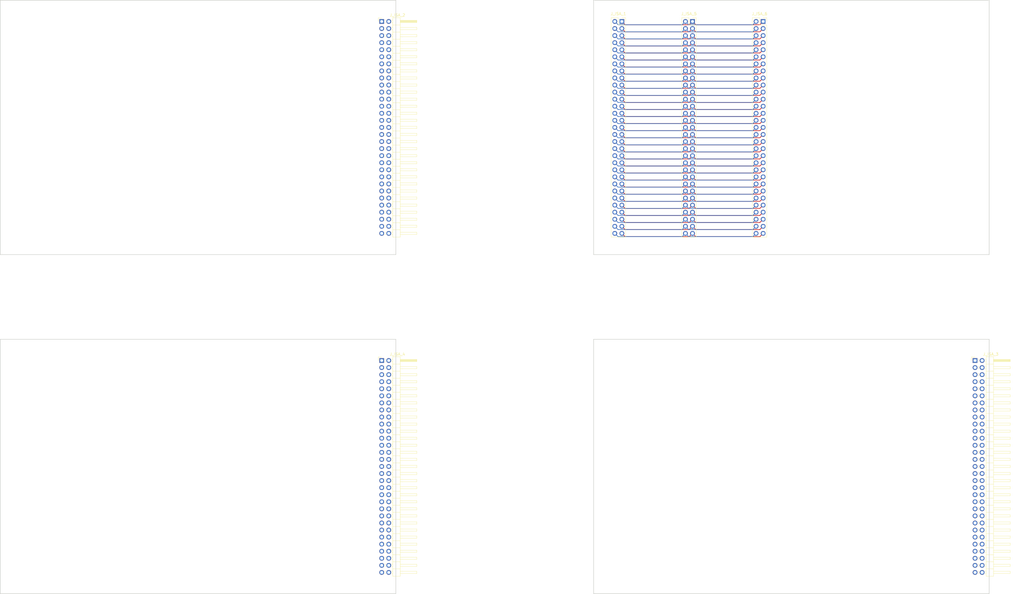
<source format=kicad_pcb>
(kicad_pcb (version 20171130) (host pcbnew "(5.0.0)")
  (layers (0 F.Cu signal) (31 B.Cu signal) (34 B.Paste user) (35 F.Paste user) (36 B.SilkS user) (37 F.SilkS user) (38 B.Mask user) (39 F.Mask user) (44 Edge.Cuts user))
  (net 0 "")
  (net 1 /graphics/GND)
  (net 2 /graphics/RESET)
  (net 3 /graphics/VCC)
  (net 4 /graphics/INQ2)
  (net 5 /graphics/-5V)
  (net 6 /graphics/DRQ2)
  (net 7 /graphics/-12V)
  (net 8 /graphics/UNUSED)
  (net 9 /graphics/+12V)
  (net 10 /graphics/~MEM)
  (net 11 /graphics/~IOW)
  (net 12 /graphics/~IOR)
  (net 13 /graphics/~DACK3)
  (net 14 /graphics/DRQ3)
  (net 15 /graphics/~DACK1)
  (net 16 /graphics/DRQ1)
  (net 17 /graphics/~DACK0)
  (net 18 /graphics/CLK)
  (net 19 /graphics/IRQ7)
  (net 20 /graphics/IRQ6)
  (net 21 /graphics/IRQ5)
  (net 22 /graphics/IRQ4)
  (net 23 /graphics/IRQ3)
  (net 24 /graphics/~DACK2)
  (net 25 /graphics/TC)
  (net 26 /graphics/ALE)
  (net 27 /graphics/OSC)
  (net 28 /graphics/BA00)
  (net 29 /graphics/BA01)
  (net 30 /graphics/BA02)
  (net 31 /graphics/BA03)
  (net 32 /graphics/BA04)
  (net 33 /graphics/BA05)
  (net 34 /graphics/BA06)
  (net 35 /graphics/BA07)
  (net 36 /graphics/BA08)
  (net 37 /graphics/BA09)
  (net 38 /graphics/BA10)
  (net 39 /graphics/BA11)
  (net 40 /graphics/BA12)
  (net 41 /graphics/BA13)
  (net 42 /graphics/BA14)
  (net 43 /graphics/BA15)
  (net 44 /graphics/BA16)
  (net 45 /graphics/BA17)
  (net 46 /graphics/BA18)
  (net 47 /graphics/BA19)
  (net 48 /graphics/AEN)
  (net 49 /graphics/IO_READY)
  (net 50 /graphics/DB0)
  (net 51 /graphics/DB1)
  (net 52 /graphics/DB2)
  (net 53 /graphics/DB3)
  (net 54 /graphics/DB4)
  (net 55 /graphics/DB5)
  (net 56 /graphics/DB6)
  (net 57 /graphics/DB7)
  (net 58 /graphics/IO)
  (net 59 /storage/IO)
  (net 60 /storage/DB7)
  (net 61 /storage/DB6)
  (net 62 /storage/DB5)
  (net 63 /storage/DB4)
  (net 64 /storage/DB3)
  (net 65 /storage/DB2)
  (net 66 /storage/DB1)
  (net 67 /storage/DB0)
  (net 68 /storage/IO_READY)
  (net 69 /storage/AEN)
  (net 70 /storage/BA19)
  (net 71 /storage/BA18)
  (net 72 /storage/BA17)
  (net 73 /storage/BA16)
  (net 74 /storage/BA15)
  (net 75 /storage/BA14)
  (net 76 /storage/BA13)
  (net 77 /storage/BA12)
  (net 78 /storage/BA11)
  (net 79 /storage/BA10)
  (net 80 /storage/BA09)
  (net 81 /storage/BA08)
  (net 82 /storage/BA07)
  (net 83 /storage/BA06)
  (net 84 /storage/BA05)
  (net 85 /storage/BA04)
  (net 86 /storage/BA03)
  (net 87 /storage/BA02)
  (net 88 /storage/BA01)
  (net 89 /storage/BA00)
  (net 90 /storage/GND)
  (net 91 /storage/OSC)
  (net 92 /storage/VCC)
  (net 93 /storage/ALE)
  (net 94 /storage/TC)
  (net 95 /storage/~DACK2)
  (net 96 /storage/IRQ3)
  (net 97 /storage/IRQ4)
  (net 98 /storage/IRQ5)
  (net 99 /storage/IRQ6)
  (net 100 /storage/IRQ7)
  (net 101 /storage/CLK)
  (net 102 /storage/~DACK0)
  (net 103 /storage/DRQ1)
  (net 104 /storage/~DACK1)
  (net 105 /storage/DRQ3)
  (net 106 /storage/~DACK3)
  (net 107 /storage/~IOR)
  (net 108 /storage/~IOW)
  (net 109 /storage/~MEM)
  (net 110 /storage/+12V)
  (net 111 /storage/UNUSED)
  (net 112 /storage/-12V)
  (net 113 /storage/DRQ2)
  (net 114 /storage/-5V)
  (net 115 /storage/INQ2)
  (net 116 /storage/RESET)
  (net 117 /sound/GND)
  (net 118 /sound/RESET)
  (net 119 /sound/VCC)
  (net 120 /sound/INQ2)
  (net 121 /sound/-5V)
  (net 122 /sound/DRQ2)
  (net 123 /sound/-12V)
  (net 124 /sound/UNUSED)
  (net 125 /sound/+12V)
  (net 126 /sound/~MEM)
  (net 127 /sound/~IOW)
  (net 128 /sound/~IOR)
  (net 129 /sound/~DACK3)
  (net 130 /sound/DRQ3)
  (net 131 /sound/~DACK1)
  (net 132 /sound/DRQ1)
  (net 133 /sound/~DACK0)
  (net 134 /sound/CLK)
  (net 135 /sound/IRQ7)
  (net 136 /sound/IRQ6)
  (net 137 /sound/IRQ5)
  (net 138 /sound/IRQ4)
  (net 139 /sound/IRQ3)
  (net 140 /sound/~DACK2)
  (net 141 /sound/TC)
  (net 142 /sound/ALE)
  (net 143 /sound/OSC)
  (net 144 /sound/BA00)
  (net 145 /sound/BA01)
  (net 146 /sound/BA02)
  (net 147 /sound/BA03)
  (net 148 /sound/BA04)
  (net 149 /sound/BA05)
  (net 150 /sound/BA06)
  (net 151 /sound/BA07)
  (net 152 /sound/BA08)
  (net 153 /sound/BA09)
  (net 154 /sound/BA10)
  (net 155 /sound/BA11)
  (net 156 /sound/BA12)
  (net 157 /sound/BA13)
  (net 158 /sound/BA14)
  (net 159 /sound/BA15)
  (net 160 /sound/BA16)
  (net 161 /sound/BA17)
  (net 162 /sound/BA18)
  (net 163 /sound/BA19)
  (net 164 /sound/AEN)
  (net 165 /sound/IO_READY)
  (net 166 /sound/DB0)
  (net 167 /sound/DB1)
  (net 168 /sound/DB2)
  (net 169 /sound/DB3)
  (net 170 /sound/DB4)
  (net 171 /sound/DB5)
  (net 172 /sound/DB6)
  (net 173 /sound/DB7)
  (net 174 /sound/IO)
  (net 175 /backplane/GND)
  (net 176 /backplane/RESET)
  (net 177 /backplane/VCC)
  (net 178 /backplane/INQ2)
  (net 179 /backplane/-5V)
  (net 180 /backplane/DRQ2)
  (net 181 /backplane/-12V)
  (net 182 /backplane/UNUSED)
  (net 183 /backplane/+12V)
  (net 184 /backplane/~MEM)
  (net 185 /backplane/~IOW)
  (net 186 /backplane/~IOR)
  (net 187 /backplane/~DACK3)
  (net 188 /backplane/DRQ3)
  (net 189 /backplane/~DACK1)
  (net 190 /backplane/DRQ1)
  (net 191 /backplane/~DACK0)
  (net 192 /backplane/CLK)
  (net 193 /backplane/IRQ7)
  (net 194 /backplane/IRQ6)
  (net 195 /backplane/IRQ5)
  (net 196 /backplane/IRQ4)
  (net 197 /backplane/IRQ3)
  (net 198 /backplane/~DACK2)
  (net 199 /backplane/TC)
  (net 200 /backplane/ALE)
  (net 201 /backplane/OSC)
  (net 202 /backplane/BA00)
  (net 203 /backplane/BA01)
  (net 204 /backplane/BA02)
  (net 205 /backplane/BA03)
  (net 206 /backplane/BA04)
  (net 207 /backplane/BA05)
  (net 208 /backplane/BA06)
  (net 209 /backplane/BA07)
  (net 210 /backplane/BA08)
  (net 211 /backplane/BA09)
  (net 212 /backplane/BA10)
  (net 213 /backplane/BA11)
  (net 214 /backplane/BA12)
  (net 215 /backplane/BA13)
  (net 216 /backplane/BA14)
  (net 217 /backplane/BA15)
  (net 218 /backplane/BA16)
  (net 219 /backplane/BA17)
  (net 220 /backplane/BA18)
  (net 221 /backplane/BA19)
  (net 222 /backplane/AEN)
  (net 223 /backplane/IO_READY)
  (net 224 /backplane/DB0)
  (net 225 /backplane/DB1)
  (net 226 /backplane/DB2)
  (net 227 /backplane/DB3)
  (net 228 /backplane/DB4)
  (net 229 /backplane/DB5)
  (net 230 /backplane/DB6)
  (net 231 /backplane/DB7)
  (net 232 /backplane/IO)
  (module Connector_PinSocket_2.54mm:PinSocket_2x31_P2.54mm_Vertical (layer F.Cu) (at 238.76 27.94)
    (fp_text reference J_ISA_1 (at -1.27 -2.77) (layer F.SilkS))
    (fp_text value Conn_02x31_Counter_Clockwise)
    (pad 1 thru_hole rect (at 0 0) (size 1.7 1.7) (drill 1) (layers *.Cu *.Mask) (net 175 /backplane/GND))
    (pad 2 thru_hole oval (at -2.54 0) (size 1.7 1.7) (drill 1) (layers *.Cu *.Mask) (net 176 /backplane/RESET))
    (pad 3 thru_hole oval (at 0 2.54) (size 1.7 1.7) (drill 1) (layers *.Cu *.Mask) (net 177 /backplane/VCC))
    (pad 4 thru_hole oval (at -2.54 2.54) (size 1.7 1.7) (drill 1) (layers *.Cu *.Mask) (net 178 /backplane/INQ2))
    (pad 5 thru_hole oval (at 0 5.08) (size 1.7 1.7) (drill 1) (layers *.Cu *.Mask) (net 179 /backplane/-5V))
    (pad 6 thru_hole oval (at -2.54 5.08) (size 1.7 1.7) (drill 1) (layers *.Cu *.Mask) (net 180 /backplane/DRQ2))
    (pad 7 thru_hole oval (at 0 7.62) (size 1.7 1.7) (drill 1) (layers *.Cu *.Mask) (net 181 /backplane/-12V))
    (pad 8 thru_hole oval (at -2.54 7.62) (size 1.7 1.7) (drill 1) (layers *.Cu *.Mask) (net 182 /backplane/UNUSED))
    (pad 9 thru_hole oval (at 0 10.16) (size 1.7 1.7) (drill 1) (layers *.Cu *.Mask) (net 183 /backplane/+12V))
    (pad 10 thru_hole oval (at -2.54 10.16) (size 1.7 1.7) (drill 1) (layers *.Cu *.Mask) (net 175 /backplane/GND))
    (pad 11 thru_hole oval (at 0 12.7) (size 1.7 1.7) (drill 1) (layers *.Cu *.Mask) (net 184 /backplane/~MEM))
    (pad 12 thru_hole oval (at -2.54 12.7) (size 1.7 1.7) (drill 1) (layers *.Cu *.Mask) (net 184 /backplane/~MEM))
    (pad 13 thru_hole oval (at 0 15.24) (size 1.7 1.7) (drill 1) (layers *.Cu *.Mask) (net 185 /backplane/~IOW))
    (pad 14 thru_hole oval (at -2.54 15.24) (size 1.7 1.7) (drill 1) (layers *.Cu *.Mask) (net 186 /backplane/~IOR))
    (pad 15 thru_hole oval (at 0 17.78) (size 1.7 1.7) (drill 1) (layers *.Cu *.Mask) (net 187 /backplane/~DACK3))
    (pad 16 thru_hole oval (at -2.54 17.78) (size 1.7 1.7) (drill 1) (layers *.Cu *.Mask) (net 188 /backplane/DRQ3))
    (pad 17 thru_hole oval (at 0 20.32) (size 1.7 1.7) (drill 1) (layers *.Cu *.Mask) (net 189 /backplane/~DACK1))
    (pad 18 thru_hole oval (at -2.54 20.32) (size 1.7 1.7) (drill 1) (layers *.Cu *.Mask) (net 190 /backplane/DRQ1))
    (pad 19 thru_hole oval (at 0 22.86) (size 1.7 1.7) (drill 1) (layers *.Cu *.Mask) (net 191 /backplane/~DACK0))
    (pad 20 thru_hole oval (at -2.54 22.86) (size 1.7 1.7) (drill 1) (layers *.Cu *.Mask) (net 192 /backplane/CLK))
    (pad 21 thru_hole oval (at 0 25.4) (size 1.7 1.7) (drill 1) (layers *.Cu *.Mask) (net 193 /backplane/IRQ7))
    (pad 22 thru_hole oval (at -2.54 25.4) (size 1.7 1.7) (drill 1) (layers *.Cu *.Mask) (net 194 /backplane/IRQ6))
    (pad 23 thru_hole oval (at 0 27.94) (size 1.7 1.7) (drill 1) (layers *.Cu *.Mask) (net 195 /backplane/IRQ5))
    (pad 24 thru_hole oval (at -2.54 27.94) (size 1.7 1.7) (drill 1) (layers *.Cu *.Mask) (net 196 /backplane/IRQ4))
    (pad 25 thru_hole oval (at 0 30.48) (size 1.7 1.7) (drill 1) (layers *.Cu *.Mask) (net 197 /backplane/IRQ3))
    (pad 26 thru_hole oval (at -2.54 30.48) (size 1.7 1.7) (drill 1) (layers *.Cu *.Mask) (net 198 /backplane/~DACK2))
    (pad 27 thru_hole oval (at 0 33.02) (size 1.7 1.7) (drill 1) (layers *.Cu *.Mask) (net 199 /backplane/TC))
    (pad 28 thru_hole oval (at -2.54 33.02) (size 1.7 1.7) (drill 1) (layers *.Cu *.Mask) (net 200 /backplane/ALE))
    (pad 29 thru_hole oval (at 0 35.56) (size 1.7 1.7) (drill 1) (layers *.Cu *.Mask) (net 177 /backplane/VCC))
    (pad 30 thru_hole oval (at -2.54 35.56) (size 1.7 1.7) (drill 1) (layers *.Cu *.Mask) (net 201 /backplane/OSC))
    (pad 31 thru_hole oval (at 0 38.1) (size 1.7 1.7) (drill 1) (layers *.Cu *.Mask) (net 175 /backplane/GND))
    (pad 32 thru_hole oval (at -2.54 38.1) (size 1.7 1.7) (drill 1) (layers *.Cu *.Mask) (net 202 /backplane/BA00))
    (pad 33 thru_hole oval (at 0 40.64) (size 1.7 1.7) (drill 1) (layers *.Cu *.Mask) (net 203 /backplane/BA01))
    (pad 34 thru_hole oval (at -2.54 40.64) (size 1.7 1.7) (drill 1) (layers *.Cu *.Mask) (net 204 /backplane/BA02))
    (pad 35 thru_hole oval (at 0 43.18) (size 1.7 1.7) (drill 1) (layers *.Cu *.Mask) (net 205 /backplane/BA03))
    (pad 36 thru_hole oval (at -2.54 43.18) (size 1.7 1.7) (drill 1) (layers *.Cu *.Mask) (net 206 /backplane/BA04))
    (pad 37 thru_hole oval (at 0 45.72) (size 1.7 1.7) (drill 1) (layers *.Cu *.Mask) (net 207 /backplane/BA05))
    (pad 38 thru_hole oval (at -2.54 45.72) (size 1.7 1.7) (drill 1) (layers *.Cu *.Mask) (net 208 /backplane/BA06))
    (pad 39 thru_hole oval (at 0 48.26) (size 1.7 1.7) (drill 1) (layers *.Cu *.Mask) (net 209 /backplane/BA07))
    (pad 40 thru_hole oval (at -2.54 48.26) (size 1.7 1.7) (drill 1) (layers *.Cu *.Mask) (net 210 /backplane/BA08))
    (pad 41 thru_hole oval (at 0 50.8) (size 1.7 1.7) (drill 1) (layers *.Cu *.Mask) (net 211 /backplane/BA09))
    (pad 42 thru_hole oval (at -2.54 50.8) (size 1.7 1.7) (drill 1) (layers *.Cu *.Mask) (net 212 /backplane/BA10))
    (pad 43 thru_hole oval (at 0 53.34) (size 1.7 1.7) (drill 1) (layers *.Cu *.Mask) (net 213 /backplane/BA11))
    (pad 44 thru_hole oval (at -2.54 53.34) (size 1.7 1.7) (drill 1) (layers *.Cu *.Mask) (net 214 /backplane/BA12))
    (pad 45 thru_hole oval (at 0 55.88) (size 1.7 1.7) (drill 1) (layers *.Cu *.Mask) (net 215 /backplane/BA13))
    (pad 46 thru_hole oval (at -2.54 55.88) (size 1.7 1.7) (drill 1) (layers *.Cu *.Mask) (net 216 /backplane/BA14))
    (pad 47 thru_hole oval (at 0 58.42) (size 1.7 1.7) (drill 1) (layers *.Cu *.Mask) (net 217 /backplane/BA15))
    (pad 48 thru_hole oval (at -2.54 58.42) (size 1.7 1.7) (drill 1) (layers *.Cu *.Mask) (net 218 /backplane/BA16))
    (pad 49 thru_hole oval (at 0 60.96) (size 1.7 1.7) (drill 1) (layers *.Cu *.Mask) (net 219 /backplane/BA17))
    (pad 50 thru_hole oval (at -2.54 60.96) (size 1.7 1.7) (drill 1) (layers *.Cu *.Mask) (net 220 /backplane/BA18))
    (pad 51 thru_hole oval (at 0 63.5) (size 1.7 1.7) (drill 1) (layers *.Cu *.Mask) (net 221 /backplane/BA19))
    (pad 52 thru_hole oval (at -2.54 63.5) (size 1.7 1.7) (drill 1) (layers *.Cu *.Mask) (net 222 /backplane/AEN))
    (pad 53 thru_hole oval (at 0 66.04) (size 1.7 1.7) (drill 1) (layers *.Cu *.Mask) (net 223 /backplane/IO_READY))
    (pad 54 thru_hole oval (at -2.54 66.04) (size 1.7 1.7) (drill 1) (layers *.Cu *.Mask) (net 224 /backplane/DB0))
    (pad 55 thru_hole oval (at 0 68.58) (size 1.7 1.7) (drill 1) (layers *.Cu *.Mask) (net 225 /backplane/DB1))
    (pad 56 thru_hole oval (at -2.54 68.58) (size 1.7 1.7) (drill 1) (layers *.Cu *.Mask) (net 226 /backplane/DB2))
    (pad 57 thru_hole oval (at 0 71.12) (size 1.7 1.7) (drill 1) (layers *.Cu *.Mask) (net 227 /backplane/DB3))
    (pad 58 thru_hole oval (at -2.54 71.12) (size 1.7 1.7) (drill 1) (layers *.Cu *.Mask) (net 228 /backplane/DB4))
    (pad 59 thru_hole oval (at 0 73.66) (size 1.7 1.7) (drill 1) (layers *.Cu *.Mask) (net 229 /backplane/DB5))
    (pad 60 thru_hole oval (at -2.54 73.66) (size 1.7 1.7) (drill 1) (layers *.Cu *.Mask) (net 230 /backplane/DB6))
    (pad 61 thru_hole oval (at 0 76.2) (size 1.7 1.7) (drill 1) (layers *.Cu *.Mask) (net 231 /backplane/DB7))
    (pad 62 thru_hole oval (at -2.54 76.2) (size 1.7 1.7) (drill 1) (layers *.Cu *.Mask) (net 232 /backplane/IO))
  )
  (module Connector_PinHeader_2.54mm:PinHeader_2x31_P2.54mm_Horizontal (layer F.Cu) (at 152.4 149.86)
    (fp_text reference J_ISA_4 (at 5.655 -2.27) (layer F.SilkS))
    (fp_text value Conn_02x31_Counter_Clockwise)
    (pad 1 thru_hole rect (at 0 0) (size 1.7 1.7) (drill 1) (layers *.Cu *.Mask) (net 117 /sound/GND))
    (pad 2 thru_hole oval (at 2.54 0) (size 1.7 1.7) (drill 1) (layers *.Cu *.Mask) (net 118 /sound/RESET))
    (pad 3 thru_hole oval (at 0 2.54) (size 1.7 1.7) (drill 1) (layers *.Cu *.Mask) (net 119 /sound/VCC))
    (pad 4 thru_hole oval (at 2.54 2.54) (size 1.7 1.7) (drill 1) (layers *.Cu *.Mask) (net 120 /sound/INQ2))
    (pad 5 thru_hole oval (at 0 5.08) (size 1.7 1.7) (drill 1) (layers *.Cu *.Mask) (net 121 /sound/-5V))
    (pad 6 thru_hole oval (at 2.54 5.08) (size 1.7 1.7) (drill 1) (layers *.Cu *.Mask) (net 122 /sound/DRQ2))
    (pad 7 thru_hole oval (at 0 7.62) (size 1.7 1.7) (drill 1) (layers *.Cu *.Mask) (net 123 /sound/-12V))
    (pad 8 thru_hole oval (at 2.54 7.62) (size 1.7 1.7) (drill 1) (layers *.Cu *.Mask) (net 124 /sound/UNUSED))
    (pad 9 thru_hole oval (at 0 10.16) (size 1.7 1.7) (drill 1) (layers *.Cu *.Mask) (net 125 /sound/+12V))
    (pad 10 thru_hole oval (at 2.54 10.16) (size 1.7 1.7) (drill 1) (layers *.Cu *.Mask) (net 117 /sound/GND))
    (pad 11 thru_hole oval (at 0 12.7) (size 1.7 1.7) (drill 1) (layers *.Cu *.Mask) (net 126 /sound/~MEM))
    (pad 12 thru_hole oval (at 2.54 12.7) (size 1.7 1.7) (drill 1) (layers *.Cu *.Mask) (net 126 /sound/~MEM))
    (pad 13 thru_hole oval (at 0 15.24) (size 1.7 1.7) (drill 1) (layers *.Cu *.Mask) (net 127 /sound/~IOW))
    (pad 14 thru_hole oval (at 2.54 15.24) (size 1.7 1.7) (drill 1) (layers *.Cu *.Mask) (net 128 /sound/~IOR))
    (pad 15 thru_hole oval (at 0 17.78) (size 1.7 1.7) (drill 1) (layers *.Cu *.Mask) (net 129 /sound/~DACK3))
    (pad 16 thru_hole oval (at 2.54 17.78) (size 1.7 1.7) (drill 1) (layers *.Cu *.Mask) (net 130 /sound/DRQ3))
    (pad 17 thru_hole oval (at 0 20.32) (size 1.7 1.7) (drill 1) (layers *.Cu *.Mask) (net 131 /sound/~DACK1))
    (pad 18 thru_hole oval (at 2.54 20.32) (size 1.7 1.7) (drill 1) (layers *.Cu *.Mask) (net 132 /sound/DRQ1))
    (pad 19 thru_hole oval (at 0 22.86) (size 1.7 1.7) (drill 1) (layers *.Cu *.Mask) (net 133 /sound/~DACK0))
    (pad 20 thru_hole oval (at 2.54 22.86) (size 1.7 1.7) (drill 1) (layers *.Cu *.Mask) (net 134 /sound/CLK))
    (pad 21 thru_hole oval (at 0 25.4) (size 1.7 1.7) (drill 1) (layers *.Cu *.Mask) (net 135 /sound/IRQ7))
    (pad 22 thru_hole oval (at 2.54 25.4) (size 1.7 1.7) (drill 1) (layers *.Cu *.Mask) (net 136 /sound/IRQ6))
    (pad 23 thru_hole oval (at 0 27.94) (size 1.7 1.7) (drill 1) (layers *.Cu *.Mask) (net 137 /sound/IRQ5))
    (pad 24 thru_hole oval (at 2.54 27.94) (size 1.7 1.7) (drill 1) (layers *.Cu *.Mask) (net 138 /sound/IRQ4))
    (pad 25 thru_hole oval (at 0 30.48) (size 1.7 1.7) (drill 1) (layers *.Cu *.Mask) (net 139 /sound/IRQ3))
    (pad 26 thru_hole oval (at 2.54 30.48) (size 1.7 1.7) (drill 1) (layers *.Cu *.Mask) (net 140 /sound/~DACK2))
    (pad 27 thru_hole oval (at 0 33.02) (size 1.7 1.7) (drill 1) (layers *.Cu *.Mask) (net 141 /sound/TC))
    (pad 28 thru_hole oval (at 2.54 33.02) (size 1.7 1.7) (drill 1) (layers *.Cu *.Mask) (net 142 /sound/ALE))
    (pad 29 thru_hole oval (at 0 35.56) (size 1.7 1.7) (drill 1) (layers *.Cu *.Mask) (net 119 /sound/VCC))
    (pad 30 thru_hole oval (at 2.54 35.56) (size 1.7 1.7) (drill 1) (layers *.Cu *.Mask) (net 143 /sound/OSC))
    (pad 31 thru_hole oval (at 0 38.1) (size 1.7 1.7) (drill 1) (layers *.Cu *.Mask) (net 117 /sound/GND))
    (pad 32 thru_hole oval (at 2.54 38.1) (size 1.7 1.7) (drill 1) (layers *.Cu *.Mask) (net 144 /sound/BA00))
    (pad 33 thru_hole oval (at 0 40.64) (size 1.7 1.7) (drill 1) (layers *.Cu *.Mask) (net 145 /sound/BA01))
    (pad 34 thru_hole oval (at 2.54 40.64) (size 1.7 1.7) (drill 1) (layers *.Cu *.Mask) (net 146 /sound/BA02))
    (pad 35 thru_hole oval (at 0 43.18) (size 1.7 1.7) (drill 1) (layers *.Cu *.Mask) (net 147 /sound/BA03))
    (pad 36 thru_hole oval (at 2.54 43.18) (size 1.7 1.7) (drill 1) (layers *.Cu *.Mask) (net 148 /sound/BA04))
    (pad 37 thru_hole oval (at 0 45.72) (size 1.7 1.7) (drill 1) (layers *.Cu *.Mask) (net 149 /sound/BA05))
    (pad 38 thru_hole oval (at 2.54 45.72) (size 1.7 1.7) (drill 1) (layers *.Cu *.Mask) (net 150 /sound/BA06))
    (pad 39 thru_hole oval (at 0 48.26) (size 1.7 1.7) (drill 1) (layers *.Cu *.Mask) (net 151 /sound/BA07))
    (pad 40 thru_hole oval (at 2.54 48.26) (size 1.7 1.7) (drill 1) (layers *.Cu *.Mask) (net 152 /sound/BA08))
    (pad 41 thru_hole oval (at 0 50.8) (size 1.7 1.7) (drill 1) (layers *.Cu *.Mask) (net 153 /sound/BA09))
    (pad 42 thru_hole oval (at 2.54 50.8) (size 1.7 1.7) (drill 1) (layers *.Cu *.Mask) (net 154 /sound/BA10))
    (pad 43 thru_hole oval (at 0 53.34) (size 1.7 1.7) (drill 1) (layers *.Cu *.Mask) (net 155 /sound/BA11))
    (pad 44 thru_hole oval (at 2.54 53.34) (size 1.7 1.7) (drill 1) (layers *.Cu *.Mask) (net 156 /sound/BA12))
    (pad 45 thru_hole oval (at 0 55.88) (size 1.7 1.7) (drill 1) (layers *.Cu *.Mask) (net 157 /sound/BA13))
    (pad 46 thru_hole oval (at 2.54 55.88) (size 1.7 1.7) (drill 1) (layers *.Cu *.Mask) (net 158 /sound/BA14))
    (pad 47 thru_hole oval (at 0 58.42) (size 1.7 1.7) (drill 1) (layers *.Cu *.Mask) (net 159 /sound/BA15))
    (pad 48 thru_hole oval (at 2.54 58.42) (size 1.7 1.7) (drill 1) (layers *.Cu *.Mask) (net 160 /sound/BA16))
    (pad 49 thru_hole oval (at 0 60.96) (size 1.7 1.7) (drill 1) (layers *.Cu *.Mask) (net 161 /sound/BA17))
    (pad 50 thru_hole oval (at 2.54 60.96) (size 1.7 1.7) (drill 1) (layers *.Cu *.Mask) (net 162 /sound/BA18))
    (pad 51 thru_hole oval (at 0 63.5) (size 1.7 1.7) (drill 1) (layers *.Cu *.Mask) (net 163 /sound/BA19))
    (pad 52 thru_hole oval (at 2.54 63.5) (size 1.7 1.7) (drill 1) (layers *.Cu *.Mask) (net 164 /sound/AEN))
    (pad 53 thru_hole oval (at 0 66.04) (size 1.7 1.7) (drill 1) (layers *.Cu *.Mask) (net 165 /sound/IO_READY))
    (pad 54 thru_hole oval (at 2.54 66.04) (size 1.7 1.7) (drill 1) (layers *.Cu *.Mask) (net 166 /sound/DB0))
    (pad 55 thru_hole oval (at 0 68.58) (size 1.7 1.7) (drill 1) (layers *.Cu *.Mask) (net 167 /sound/DB1))
    (pad 56 thru_hole oval (at 2.54 68.58) (size 1.7 1.7) (drill 1) (layers *.Cu *.Mask) (net 168 /sound/DB2))
    (pad 57 thru_hole oval (at 0 71.12) (size 1.7 1.7) (drill 1) (layers *.Cu *.Mask) (net 169 /sound/DB3))
    (pad 58 thru_hole oval (at 2.54 71.12) (size 1.7 1.7) (drill 1) (layers *.Cu *.Mask) (net 170 /sound/DB4))
    (pad 59 thru_hole oval (at 0 73.66) (size 1.7 1.7) (drill 1) (layers *.Cu *.Mask) (net 171 /sound/DB5))
    (pad 60 thru_hole oval (at 2.54 73.66) (size 1.7 1.7) (drill 1) (layers *.Cu *.Mask) (net 172 /sound/DB6))
    (pad 61 thru_hole oval (at 0 76.2) (size 1.7 1.7) (drill 1) (layers *.Cu *.Mask) (net 173 /sound/DB7))
    (pad 62 thru_hole oval (at 2.54 76.2) (size 1.7 1.7) (drill 1) (layers *.Cu *.Mask) (net 174 /sound/IO))
  )
  (module Connector_PinHeader_2.54mm:PinHeader_2x31_P2.54mm_Horizontal (layer F.Cu) (at 365.76 149.86)
    (fp_text reference J_ISA_3 (at 5.655 -2.27) (layer F.SilkS))
    (fp_text value Conn_02x31_Counter_Clockwise)
    (pad 62 thru_hole oval (at 2.54 76.2) (size 1.7 1.7) (drill 1) (layers *.Cu *.Mask) (net 59 /storage/IO))
    (pad 61 thru_hole oval (at 0 76.2) (size 1.7 1.7) (drill 1) (layers *.Cu *.Mask) (net 60 /storage/DB7))
    (pad 60 thru_hole oval (at 2.54 73.66) (size 1.7 1.7) (drill 1) (layers *.Cu *.Mask) (net 61 /storage/DB6))
    (pad 59 thru_hole oval (at 0 73.66) (size 1.7 1.7) (drill 1) (layers *.Cu *.Mask) (net 62 /storage/DB5))
    (pad 58 thru_hole oval (at 2.54 71.12) (size 1.7 1.7) (drill 1) (layers *.Cu *.Mask) (net 63 /storage/DB4))
    (pad 57 thru_hole oval (at 0 71.12) (size 1.7 1.7) (drill 1) (layers *.Cu *.Mask) (net 64 /storage/DB3))
    (pad 56 thru_hole oval (at 2.54 68.58) (size 1.7 1.7) (drill 1) (layers *.Cu *.Mask) (net 65 /storage/DB2))
    (pad 55 thru_hole oval (at 0 68.58) (size 1.7 1.7) (drill 1) (layers *.Cu *.Mask) (net 66 /storage/DB1))
    (pad 54 thru_hole oval (at 2.54 66.04) (size 1.7 1.7) (drill 1) (layers *.Cu *.Mask) (net 67 /storage/DB0))
    (pad 53 thru_hole oval (at 0 66.04) (size 1.7 1.7) (drill 1) (layers *.Cu *.Mask) (net 68 /storage/IO_READY))
    (pad 52 thru_hole oval (at 2.54 63.5) (size 1.7 1.7) (drill 1) (layers *.Cu *.Mask) (net 69 /storage/AEN))
    (pad 51 thru_hole oval (at 0 63.5) (size 1.7 1.7) (drill 1) (layers *.Cu *.Mask) (net 70 /storage/BA19))
    (pad 50 thru_hole oval (at 2.54 60.96) (size 1.7 1.7) (drill 1) (layers *.Cu *.Mask) (net 71 /storage/BA18))
    (pad 49 thru_hole oval (at 0 60.96) (size 1.7 1.7) (drill 1) (layers *.Cu *.Mask) (net 72 /storage/BA17))
    (pad 48 thru_hole oval (at 2.54 58.42) (size 1.7 1.7) (drill 1) (layers *.Cu *.Mask) (net 73 /storage/BA16))
    (pad 47 thru_hole oval (at 0 58.42) (size 1.7 1.7) (drill 1) (layers *.Cu *.Mask) (net 74 /storage/BA15))
    (pad 46 thru_hole oval (at 2.54 55.88) (size 1.7 1.7) (drill 1) (layers *.Cu *.Mask) (net 75 /storage/BA14))
    (pad 45 thru_hole oval (at 0 55.88) (size 1.7 1.7) (drill 1) (layers *.Cu *.Mask) (net 76 /storage/BA13))
    (pad 44 thru_hole oval (at 2.54 53.34) (size 1.7 1.7) (drill 1) (layers *.Cu *.Mask) (net 77 /storage/BA12))
    (pad 43 thru_hole oval (at 0 53.34) (size 1.7 1.7) (drill 1) (layers *.Cu *.Mask) (net 78 /storage/BA11))
    (pad 42 thru_hole oval (at 2.54 50.8) (size 1.7 1.7) (drill 1) (layers *.Cu *.Mask) (net 79 /storage/BA10))
    (pad 41 thru_hole oval (at 0 50.8) (size 1.7 1.7) (drill 1) (layers *.Cu *.Mask) (net 80 /storage/BA09))
    (pad 40 thru_hole oval (at 2.54 48.26) (size 1.7 1.7) (drill 1) (layers *.Cu *.Mask) (net 81 /storage/BA08))
    (pad 39 thru_hole oval (at 0 48.26) (size 1.7 1.7) (drill 1) (layers *.Cu *.Mask) (net 82 /storage/BA07))
    (pad 38 thru_hole oval (at 2.54 45.72) (size 1.7 1.7) (drill 1) (layers *.Cu *.Mask) (net 83 /storage/BA06))
    (pad 37 thru_hole oval (at 0 45.72) (size 1.7 1.7) (drill 1) (layers *.Cu *.Mask) (net 84 /storage/BA05))
    (pad 36 thru_hole oval (at 2.54 43.18) (size 1.7 1.7) (drill 1) (layers *.Cu *.Mask) (net 85 /storage/BA04))
    (pad 35 thru_hole oval (at 0 43.18) (size 1.7 1.7) (drill 1) (layers *.Cu *.Mask) (net 86 /storage/BA03))
    (pad 34 thru_hole oval (at 2.54 40.64) (size 1.7 1.7) (drill 1) (layers *.Cu *.Mask) (net 87 /storage/BA02))
    (pad 33 thru_hole oval (at 0 40.64) (size 1.7 1.7) (drill 1) (layers *.Cu *.Mask) (net 88 /storage/BA01))
    (pad 32 thru_hole oval (at 2.54 38.1) (size 1.7 1.7) (drill 1) (layers *.Cu *.Mask) (net 89 /storage/BA00))
    (pad 31 thru_hole oval (at 0 38.1) (size 1.7 1.7) (drill 1) (layers *.Cu *.Mask) (net 90 /storage/GND))
    (pad 30 thru_hole oval (at 2.54 35.56) (size 1.7 1.7) (drill 1) (layers *.Cu *.Mask) (net 91 /storage/OSC))
    (pad 29 thru_hole oval (at 0 35.56) (size 1.7 1.7) (drill 1) (layers *.Cu *.Mask) (net 92 /storage/VCC))
    (pad 28 thru_hole oval (at 2.54 33.02) (size 1.7 1.7) (drill 1) (layers *.Cu *.Mask) (net 93 /storage/ALE))
    (pad 27 thru_hole oval (at 0 33.02) (size 1.7 1.7) (drill 1) (layers *.Cu *.Mask) (net 94 /storage/TC))
    (pad 26 thru_hole oval (at 2.54 30.48) (size 1.7 1.7) (drill 1) (layers *.Cu *.Mask) (net 95 /storage/~DACK2))
    (pad 25 thru_hole oval (at 0 30.48) (size 1.7 1.7) (drill 1) (layers *.Cu *.Mask) (net 96 /storage/IRQ3))
    (pad 24 thru_hole oval (at 2.54 27.94) (size 1.7 1.7) (drill 1) (layers *.Cu *.Mask) (net 97 /storage/IRQ4))
    (pad 23 thru_hole oval (at 0 27.94) (size 1.7 1.7) (drill 1) (layers *.Cu *.Mask) (net 98 /storage/IRQ5))
    (pad 22 thru_hole oval (at 2.54 25.4) (size 1.7 1.7) (drill 1) (layers *.Cu *.Mask) (net 99 /storage/IRQ6))
    (pad 21 thru_hole oval (at 0 25.4) (size 1.7 1.7) (drill 1) (layers *.Cu *.Mask) (net 100 /storage/IRQ7))
    (pad 20 thru_hole oval (at 2.54 22.86) (size 1.7 1.7) (drill 1) (layers *.Cu *.Mask) (net 101 /storage/CLK))
    (pad 19 thru_hole oval (at 0 22.86) (size 1.7 1.7) (drill 1) (layers *.Cu *.Mask) (net 102 /storage/~DACK0))
    (pad 18 thru_hole oval (at 2.54 20.32) (size 1.7 1.7) (drill 1) (layers *.Cu *.Mask) (net 103 /storage/DRQ1))
    (pad 17 thru_hole oval (at 0 20.32) (size 1.7 1.7) (drill 1) (layers *.Cu *.Mask) (net 104 /storage/~DACK1))
    (pad 16 thru_hole oval (at 2.54 17.78) (size 1.7 1.7) (drill 1) (layers *.Cu *.Mask) (net 105 /storage/DRQ3))
    (pad 15 thru_hole oval (at 0 17.78) (size 1.7 1.7) (drill 1) (layers *.Cu *.Mask) (net 106 /storage/~DACK3))
    (pad 14 thru_hole oval (at 2.54 15.24) (size 1.7 1.7) (drill 1) (layers *.Cu *.Mask) (net 107 /storage/~IOR))
    (pad 13 thru_hole oval (at 0 15.24) (size 1.7 1.7) (drill 1) (layers *.Cu *.Mask) (net 108 /storage/~IOW))
    (pad 12 thru_hole oval (at 2.54 12.7) (size 1.7 1.7) (drill 1) (layers *.Cu *.Mask) (net 109 /storage/~MEM))
    (pad 11 thru_hole oval (at 0 12.7) (size 1.7 1.7) (drill 1) (layers *.Cu *.Mask) (net 109 /storage/~MEM))
    (pad 10 thru_hole oval (at 2.54 10.16) (size 1.7 1.7) (drill 1) (layers *.Cu *.Mask) (net 90 /storage/GND))
    (pad 9 thru_hole oval (at 0 10.16) (size 1.7 1.7) (drill 1) (layers *.Cu *.Mask) (net 110 /storage/+12V))
    (pad 8 thru_hole oval (at 2.54 7.62) (size 1.7 1.7) (drill 1) (layers *.Cu *.Mask) (net 111 /storage/UNUSED))
    (pad 7 thru_hole oval (at 0 7.62) (size 1.7 1.7) (drill 1) (layers *.Cu *.Mask) (net 112 /storage/-12V))
    (pad 6 thru_hole oval (at 2.54 5.08) (size 1.7 1.7) (drill 1) (layers *.Cu *.Mask) (net 113 /storage/DRQ2))
    (pad 5 thru_hole oval (at 0 5.08) (size 1.7 1.7) (drill 1) (layers *.Cu *.Mask) (net 114 /storage/-5V))
    (pad 4 thru_hole oval (at 2.54 2.54) (size 1.7 1.7) (drill 1) (layers *.Cu *.Mask) (net 115 /storage/INQ2))
    (pad 3 thru_hole oval (at 0 2.54) (size 1.7 1.7) (drill 1) (layers *.Cu *.Mask) (net 92 /storage/VCC))
    (pad 2 thru_hole oval (at 2.54 0) (size 1.7 1.7) (drill 1) (layers *.Cu *.Mask) (net 116 /storage/RESET))
    (pad 1 thru_hole rect (at 0 0) (size 1.7 1.7) (drill 1) (layers *.Cu *.Mask) (net 90 /storage/GND))
  )
  (module Connector_PinHeader_2.54mm:PinHeader_2x31_P2.54mm_Horizontal (layer F.Cu) (at 152.4 27.94)
    (fp_text reference J_ISA_2 (at 5.655 -2.27) (layer F.SilkS))
    (fp_text value Conn_02x31_Counter_Clockwise)
    (pad 1 thru_hole rect (at 0 0) (size 1.7 1.7) (drill 1) (layers *.Cu *.Mask) (net 1 /graphics/GND))
    (pad 2 thru_hole oval (at 2.54 0) (size 1.7 1.7) (drill 1) (layers *.Cu *.Mask) (net 2 /graphics/RESET))
    (pad 3 thru_hole oval (at 0 2.54) (size 1.7 1.7) (drill 1) (layers *.Cu *.Mask) (net 3 /graphics/VCC))
    (pad 4 thru_hole oval (at 2.54 2.54) (size 1.7 1.7) (drill 1) (layers *.Cu *.Mask) (net 4 /graphics/INQ2))
    (pad 5 thru_hole oval (at 0 5.08) (size 1.7 1.7) (drill 1) (layers *.Cu *.Mask) (net 5 /graphics/-5V))
    (pad 6 thru_hole oval (at 2.54 5.08) (size 1.7 1.7) (drill 1) (layers *.Cu *.Mask) (net 6 /graphics/DRQ2))
    (pad 7 thru_hole oval (at 0 7.62) (size 1.7 1.7) (drill 1) (layers *.Cu *.Mask) (net 7 /graphics/-12V))
    (pad 8 thru_hole oval (at 2.54 7.62) (size 1.7 1.7) (drill 1) (layers *.Cu *.Mask) (net 8 /graphics/UNUSED))
    (pad 9 thru_hole oval (at 0 10.16) (size 1.7 1.7) (drill 1) (layers *.Cu *.Mask) (net 9 /graphics/+12V))
    (pad 10 thru_hole oval (at 2.54 10.16) (size 1.7 1.7) (drill 1) (layers *.Cu *.Mask) (net 1 /graphics/GND))
    (pad 11 thru_hole oval (at 0 12.7) (size 1.7 1.7) (drill 1) (layers *.Cu *.Mask) (net 10 /graphics/~MEM))
    (pad 12 thru_hole oval (at 2.54 12.7) (size 1.7 1.7) (drill 1) (layers *.Cu *.Mask) (net 10 /graphics/~MEM))
    (pad 13 thru_hole oval (at 0 15.24) (size 1.7 1.7) (drill 1) (layers *.Cu *.Mask) (net 11 /graphics/~IOW))
    (pad 14 thru_hole oval (at 2.54 15.24) (size 1.7 1.7) (drill 1) (layers *.Cu *.Mask) (net 12 /graphics/~IOR))
    (pad 15 thru_hole oval (at 0 17.78) (size 1.7 1.7) (drill 1) (layers *.Cu *.Mask) (net 13 /graphics/~DACK3))
    (pad 16 thru_hole oval (at 2.54 17.78) (size 1.7 1.7) (drill 1) (layers *.Cu *.Mask) (net 14 /graphics/DRQ3))
    (pad 17 thru_hole oval (at 0 20.32) (size 1.7 1.7) (drill 1) (layers *.Cu *.Mask) (net 15 /graphics/~DACK1))
    (pad 18 thru_hole oval (at 2.54 20.32) (size 1.7 1.7) (drill 1) (layers *.Cu *.Mask) (net 16 /graphics/DRQ1))
    (pad 19 thru_hole oval (at 0 22.86) (size 1.7 1.7) (drill 1) (layers *.Cu *.Mask) (net 17 /graphics/~DACK0))
    (pad 20 thru_hole oval (at 2.54 22.86) (size 1.7 1.7) (drill 1) (layers *.Cu *.Mask) (net 18 /graphics/CLK))
    (pad 21 thru_hole oval (at 0 25.4) (size 1.7 1.7) (drill 1) (layers *.Cu *.Mask) (net 19 /graphics/IRQ7))
    (pad 22 thru_hole oval (at 2.54 25.4) (size 1.7 1.7) (drill 1) (layers *.Cu *.Mask) (net 20 /graphics/IRQ6))
    (pad 23 thru_hole oval (at 0 27.94) (size 1.7 1.7) (drill 1) (layers *.Cu *.Mask) (net 21 /graphics/IRQ5))
    (pad 24 thru_hole oval (at 2.54 27.94) (size 1.7 1.7) (drill 1) (layers *.Cu *.Mask) (net 22 /graphics/IRQ4))
    (pad 25 thru_hole oval (at 0 30.48) (size 1.7 1.7) (drill 1) (layers *.Cu *.Mask) (net 23 /graphics/IRQ3))
    (pad 26 thru_hole oval (at 2.54 30.48) (size 1.7 1.7) (drill 1) (layers *.Cu *.Mask) (net 24 /graphics/~DACK2))
    (pad 27 thru_hole oval (at 0 33.02) (size 1.7 1.7) (drill 1) (layers *.Cu *.Mask) (net 25 /graphics/TC))
    (pad 28 thru_hole oval (at 2.54 33.02) (size 1.7 1.7) (drill 1) (layers *.Cu *.Mask) (net 26 /graphics/ALE))
    (pad 29 thru_hole oval (at 0 35.56) (size 1.7 1.7) (drill 1) (layers *.Cu *.Mask) (net 3 /graphics/VCC))
    (pad 30 thru_hole oval (at 2.54 35.56) (size 1.7 1.7) (drill 1) (layers *.Cu *.Mask) (net 27 /graphics/OSC))
    (pad 31 thru_hole oval (at 0 38.1) (size 1.7 1.7) (drill 1) (layers *.Cu *.Mask) (net 1 /graphics/GND))
    (pad 32 thru_hole oval (at 2.54 38.1) (size 1.7 1.7) (drill 1) (layers *.Cu *.Mask) (net 28 /graphics/BA00))
    (pad 33 thru_hole oval (at 0 40.64) (size 1.7 1.7) (drill 1) (layers *.Cu *.Mask) (net 29 /graphics/BA01))
    (pad 34 thru_hole oval (at 2.54 40.64) (size 1.7 1.7) (drill 1) (layers *.Cu *.Mask) (net 30 /graphics/BA02))
    (pad 35 thru_hole oval (at 0 43.18) (size 1.7 1.7) (drill 1) (layers *.Cu *.Mask) (net 31 /graphics/BA03))
    (pad 36 thru_hole oval (at 2.54 43.18) (size 1.7 1.7) (drill 1) (layers *.Cu *.Mask) (net 32 /graphics/BA04))
    (pad 37 thru_hole oval (at 0 45.72) (size 1.7 1.7) (drill 1) (layers *.Cu *.Mask) (net 33 /graphics/BA05))
    (pad 38 thru_hole oval (at 2.54 45.72) (size 1.7 1.7) (drill 1) (layers *.Cu *.Mask) (net 34 /graphics/BA06))
    (pad 39 thru_hole oval (at 0 48.26) (size 1.7 1.7) (drill 1) (layers *.Cu *.Mask) (net 35 /graphics/BA07))
    (pad 40 thru_hole oval (at 2.54 48.26) (size 1.7 1.7) (drill 1) (layers *.Cu *.Mask) (net 36 /graphics/BA08))
    (pad 41 thru_hole oval (at 0 50.8) (size 1.7 1.7) (drill 1) (layers *.Cu *.Mask) (net 37 /graphics/BA09))
    (pad 42 thru_hole oval (at 2.54 50.8) (size 1.7 1.7) (drill 1) (layers *.Cu *.Mask) (net 38 /graphics/BA10))
    (pad 43 thru_hole oval (at 0 53.34) (size 1.7 1.7) (drill 1) (layers *.Cu *.Mask) (net 39 /graphics/BA11))
    (pad 44 thru_hole oval (at 2.54 53.34) (size 1.7 1.7) (drill 1) (layers *.Cu *.Mask) (net 40 /graphics/BA12))
    (pad 45 thru_hole oval (at 0 55.88) (size 1.7 1.7) (drill 1) (layers *.Cu *.Mask) (net 41 /graphics/BA13))
    (pad 46 thru_hole oval (at 2.54 55.88) (size 1.7 1.7) (drill 1) (layers *.Cu *.Mask) (net 42 /graphics/BA14))
    (pad 47 thru_hole oval (at 0 58.42) (size 1.7 1.7) (drill 1) (layers *.Cu *.Mask) (net 43 /graphics/BA15))
    (pad 48 thru_hole oval (at 2.54 58.42) (size 1.7 1.7) (drill 1) (layers *.Cu *.Mask) (net 44 /graphics/BA16))
    (pad 49 thru_hole oval (at 0 60.96) (size 1.7 1.7) (drill 1) (layers *.Cu *.Mask) (net 45 /graphics/BA17))
    (pad 50 thru_hole oval (at 2.54 60.96) (size 1.7 1.7) (drill 1) (layers *.Cu *.Mask) (net 46 /graphics/BA18))
    (pad 51 thru_hole oval (at 0 63.5) (size 1.7 1.7) (drill 1) (layers *.Cu *.Mask) (net 47 /graphics/BA19))
    (pad 52 thru_hole oval (at 2.54 63.5) (size 1.7 1.7) (drill 1) (layers *.Cu *.Mask) (net 48 /graphics/AEN))
    (pad 53 thru_hole oval (at 0 66.04) (size 1.7 1.7) (drill 1) (layers *.Cu *.Mask) (net 49 /graphics/IO_READY))
    (pad 54 thru_hole oval (at 2.54 66.04) (size 1.7 1.7) (drill 1) (layers *.Cu *.Mask) (net 50 /graphics/DB0))
    (pad 55 thru_hole oval (at 0 68.58) (size 1.7 1.7) (drill 1) (layers *.Cu *.Mask) (net 51 /graphics/DB1))
    (pad 56 thru_hole oval (at 2.54 68.58) (size 1.7 1.7) (drill 1) (layers *.Cu *.Mask) (net 52 /graphics/DB2))
    (pad 57 thru_hole oval (at 0 71.12) (size 1.7 1.7) (drill 1) (layers *.Cu *.Mask) (net 53 /graphics/DB3))
    (pad 58 thru_hole oval (at 2.54 71.12) (size 1.7 1.7) (drill 1) (layers *.Cu *.Mask) (net 54 /graphics/DB4))
    (pad 59 thru_hole oval (at 0 73.66) (size 1.7 1.7) (drill 1) (layers *.Cu *.Mask) (net 55 /graphics/DB5))
    (pad 60 thru_hole oval (at 2.54 73.66) (size 1.7 1.7) (drill 1) (layers *.Cu *.Mask) (net 56 /graphics/DB6))
    (pad 61 thru_hole oval (at 0 76.2) (size 1.7 1.7) (drill 1) (layers *.Cu *.Mask) (net 57 /graphics/DB7))
    (pad 62 thru_hole oval (at 2.54 76.2) (size 1.7 1.7) (drill 1) (layers *.Cu *.Mask) (net 58 /graphics/IO))
  )
  (module Connector_PinSocket_2.54mm:PinSocket_2x31_P2.54mm_Vertical (layer F.Cu) (at 289.56 27.94)
    (fp_text reference J_ISA_6 (at -1.27 -2.77) (layer F.SilkS))
    (fp_text value Conn_02x31_Counter_Clockwise)
    (pad 1 thru_hole rect (at 0 0) (size 1.7 1.7) (drill 1) (layers *.Cu *.Mask) (net 175 /backplane/GND))
    (pad 2 thru_hole oval (at -2.54 0) (size 1.7 1.7) (drill 1) (layers *.Cu *.Mask) (net 176 /backplane/RESET))
    (pad 3 thru_hole oval (at 0 2.54) (size 1.7 1.7) (drill 1) (layers *.Cu *.Mask) (net 177 /backplane/VCC))
    (pad 4 thru_hole oval (at -2.54 2.54) (size 1.7 1.7) (drill 1) (layers *.Cu *.Mask) (net 178 /backplane/INQ2))
    (pad 5 thru_hole oval (at 0 5.08) (size 1.7 1.7) (drill 1) (layers *.Cu *.Mask) (net 179 /backplane/-5V))
    (pad 6 thru_hole oval (at -2.54 5.08) (size 1.7 1.7) (drill 1) (layers *.Cu *.Mask) (net 180 /backplane/DRQ2))
    (pad 7 thru_hole oval (at 0 7.62) (size 1.7 1.7) (drill 1) (layers *.Cu *.Mask) (net 181 /backplane/-12V))
    (pad 8 thru_hole oval (at -2.54 7.62) (size 1.7 1.7) (drill 1) (layers *.Cu *.Mask) (net 182 /backplane/UNUSED))
    (pad 9 thru_hole oval (at 0 10.16) (size 1.7 1.7) (drill 1) (layers *.Cu *.Mask) (net 183 /backplane/+12V))
    (pad 10 thru_hole oval (at -2.54 10.16) (size 1.7 1.7) (drill 1) (layers *.Cu *.Mask) (net 175 /backplane/GND))
    (pad 11 thru_hole oval (at 0 12.7) (size 1.7 1.7) (drill 1) (layers *.Cu *.Mask) (net 184 /backplane/~MEM))
    (pad 12 thru_hole oval (at -2.54 12.7) (size 1.7 1.7) (drill 1) (layers *.Cu *.Mask) (net 184 /backplane/~MEM))
    (pad 13 thru_hole oval (at 0 15.24) (size 1.7 1.7) (drill 1) (layers *.Cu *.Mask) (net 185 /backplane/~IOW))
    (pad 14 thru_hole oval (at -2.54 15.24) (size 1.7 1.7) (drill 1) (layers *.Cu *.Mask) (net 186 /backplane/~IOR))
    (pad 15 thru_hole oval (at 0 17.78) (size 1.7 1.7) (drill 1) (layers *.Cu *.Mask) (net 187 /backplane/~DACK3))
    (pad 16 thru_hole oval (at -2.54 17.78) (size 1.7 1.7) (drill 1) (layers *.Cu *.Mask) (net 188 /backplane/DRQ3))
    (pad 17 thru_hole oval (at 0 20.32) (size 1.7 1.7) (drill 1) (layers *.Cu *.Mask) (net 189 /backplane/~DACK1))
    (pad 18 thru_hole oval (at -2.54 20.32) (size 1.7 1.7) (drill 1) (layers *.Cu *.Mask) (net 190 /backplane/DRQ1))
    (pad 19 thru_hole oval (at 0 22.86) (size 1.7 1.7) (drill 1) (layers *.Cu *.Mask) (net 191 /backplane/~DACK0))
    (pad 20 thru_hole oval (at -2.54 22.86) (size 1.7 1.7) (drill 1) (layers *.Cu *.Mask) (net 192 /backplane/CLK))
    (pad 21 thru_hole oval (at 0 25.4) (size 1.7 1.7) (drill 1) (layers *.Cu *.Mask) (net 193 /backplane/IRQ7))
    (pad 22 thru_hole oval (at -2.54 25.4) (size 1.7 1.7) (drill 1) (layers *.Cu *.Mask) (net 194 /backplane/IRQ6))
    (pad 23 thru_hole oval (at 0 27.94) (size 1.7 1.7) (drill 1) (layers *.Cu *.Mask) (net 195 /backplane/IRQ5))
    (pad 24 thru_hole oval (at -2.54 27.94) (size 1.7 1.7) (drill 1) (layers *.Cu *.Mask) (net 196 /backplane/IRQ4))
    (pad 25 thru_hole oval (at 0 30.48) (size 1.7 1.7) (drill 1) (layers *.Cu *.Mask) (net 197 /backplane/IRQ3))
    (pad 26 thru_hole oval (at -2.54 30.48) (size 1.7 1.7) (drill 1) (layers *.Cu *.Mask) (net 198 /backplane/~DACK2))
    (pad 27 thru_hole oval (at 0 33.02) (size 1.7 1.7) (drill 1) (layers *.Cu *.Mask) (net 199 /backplane/TC))
    (pad 28 thru_hole oval (at -2.54 33.02) (size 1.7 1.7) (drill 1) (layers *.Cu *.Mask) (net 200 /backplane/ALE))
    (pad 29 thru_hole oval (at 0 35.56) (size 1.7 1.7) (drill 1) (layers *.Cu *.Mask) (net 177 /backplane/VCC))
    (pad 30 thru_hole oval (at -2.54 35.56) (size 1.7 1.7) (drill 1) (layers *.Cu *.Mask) (net 201 /backplane/OSC))
    (pad 31 thru_hole oval (at 0 38.1) (size 1.7 1.7) (drill 1) (layers *.Cu *.Mask) (net 175 /backplane/GND))
    (pad 32 thru_hole oval (at -2.54 38.1) (size 1.7 1.7) (drill 1) (layers *.Cu *.Mask) (net 202 /backplane/BA00))
    (pad 33 thru_hole oval (at 0 40.64) (size 1.7 1.7) (drill 1) (layers *.Cu *.Mask) (net 203 /backplane/BA01))
    (pad 34 thru_hole oval (at -2.54 40.64) (size 1.7 1.7) (drill 1) (layers *.Cu *.Mask) (net 204 /backplane/BA02))
    (pad 35 thru_hole oval (at 0 43.18) (size 1.7 1.7) (drill 1) (layers *.Cu *.Mask) (net 205 /backplane/BA03))
    (pad 36 thru_hole oval (at -2.54 43.18) (size 1.7 1.7) (drill 1) (layers *.Cu *.Mask) (net 206 /backplane/BA04))
    (pad 37 thru_hole oval (at 0 45.72) (size 1.7 1.7) (drill 1) (layers *.Cu *.Mask) (net 207 /backplane/BA05))
    (pad 38 thru_hole oval (at -2.54 45.72) (size 1.7 1.7) (drill 1) (layers *.Cu *.Mask) (net 208 /backplane/BA06))
    (pad 39 thru_hole oval (at 0 48.26) (size 1.7 1.7) (drill 1) (layers *.Cu *.Mask) (net 209 /backplane/BA07))
    (pad 40 thru_hole oval (at -2.54 48.26) (size 1.7 1.7) (drill 1) (layers *.Cu *.Mask) (net 210 /backplane/BA08))
    (pad 41 thru_hole oval (at 0 50.8) (size 1.7 1.7) (drill 1) (layers *.Cu *.Mask) (net 211 /backplane/BA09))
    (pad 42 thru_hole oval (at -2.54 50.8) (size 1.7 1.7) (drill 1) (layers *.Cu *.Mask) (net 212 /backplane/BA10))
    (pad 43 thru_hole oval (at 0 53.34) (size 1.7 1.7) (drill 1) (layers *.Cu *.Mask) (net 213 /backplane/BA11))
    (pad 44 thru_hole oval (at -2.54 53.34) (size 1.7 1.7) (drill 1) (layers *.Cu *.Mask) (net 214 /backplane/BA12))
    (pad 45 thru_hole oval (at 0 55.88) (size 1.7 1.7) (drill 1) (layers *.Cu *.Mask) (net 215 /backplane/BA13))
    (pad 46 thru_hole oval (at -2.54 55.88) (size 1.7 1.7) (drill 1) (layers *.Cu *.Mask) (net 216 /backplane/BA14))
    (pad 47 thru_hole oval (at 0 58.42) (size 1.7 1.7) (drill 1) (layers *.Cu *.Mask) (net 217 /backplane/BA15))
    (pad 48 thru_hole oval (at -2.54 58.42) (size 1.7 1.7) (drill 1) (layers *.Cu *.Mask) (net 218 /backplane/BA16))
    (pad 49 thru_hole oval (at 0 60.96) (size 1.7 1.7) (drill 1) (layers *.Cu *.Mask) (net 219 /backplane/BA17))
    (pad 50 thru_hole oval (at -2.54 60.96) (size 1.7 1.7) (drill 1) (layers *.Cu *.Mask) (net 220 /backplane/BA18))
    (pad 51 thru_hole oval (at 0 63.5) (size 1.7 1.7) (drill 1) (layers *.Cu *.Mask) (net 221 /backplane/BA19))
    (pad 52 thru_hole oval (at -2.54 63.5) (size 1.7 1.7) (drill 1) (layers *.Cu *.Mask) (net 222 /backplane/AEN))
    (pad 53 thru_hole oval (at 0 66.04) (size 1.7 1.7) (drill 1) (layers *.Cu *.Mask) (net 223 /backplane/IO_READY))
    (pad 54 thru_hole oval (at -2.54 66.04) (size 1.7 1.7) (drill 1) (layers *.Cu *.Mask) (net 224 /backplane/DB0))
    (pad 55 thru_hole oval (at 0 68.58) (size 1.7 1.7) (drill 1) (layers *.Cu *.Mask) (net 225 /backplane/DB1))
    (pad 56 thru_hole oval (at -2.54 68.58) (size 1.7 1.7) (drill 1) (layers *.Cu *.Mask) (net 226 /backplane/DB2))
    (pad 57 thru_hole oval (at 0 71.12) (size 1.7 1.7) (drill 1) (layers *.Cu *.Mask) (net 227 /backplane/DB3))
    (pad 58 thru_hole oval (at -2.54 71.12) (size 1.7 1.7) (drill 1) (layers *.Cu *.Mask) (net 228 /backplane/DB4))
    (pad 59 thru_hole oval (at 0 73.66) (size 1.7 1.7) (drill 1) (layers *.Cu *.Mask) (net 229 /backplane/DB5))
    (pad 60 thru_hole oval (at -2.54 73.66) (size 1.7 1.7) (drill 1) (layers *.Cu *.Mask) (net 230 /backplane/DB6))
    (pad 61 thru_hole oval (at 0 76.2) (size 1.7 1.7) (drill 1) (layers *.Cu *.Mask) (net 231 /backplane/DB7))
    (pad 62 thru_hole oval (at -2.54 76.2) (size 1.7 1.7) (drill 1) (layers *.Cu *.Mask) (net 232 /backplane/IO))
  )
  (module Connector_PinSocket_2.54mm:PinSocket_2x31_P2.54mm_Vertical (layer F.Cu) (at 264.16 27.94)
    (fp_text reference J_ISA_5 (at -1.27 -2.77) (layer F.SilkS))
    (fp_text value Conn_02x31_Counter_Clockwise)
    (pad 62 thru_hole oval (at -2.54 76.2) (size 1.7 1.7) (drill 1) (layers *.Cu *.Mask) (net 232 /backplane/IO))
    (pad 61 thru_hole oval (at 0 76.2) (size 1.7 1.7) (drill 1) (layers *.Cu *.Mask) (net 231 /backplane/DB7))
    (pad 60 thru_hole oval (at -2.54 73.66) (size 1.7 1.7) (drill 1) (layers *.Cu *.Mask) (net 230 /backplane/DB6))
    (pad 59 thru_hole oval (at 0 73.66) (size 1.7 1.7) (drill 1) (layers *.Cu *.Mask) (net 229 /backplane/DB5))
    (pad 58 thru_hole oval (at -2.54 71.12) (size 1.7 1.7) (drill 1) (layers *.Cu *.Mask) (net 228 /backplane/DB4))
    (pad 57 thru_hole oval (at 0 71.12) (size 1.7 1.7) (drill 1) (layers *.Cu *.Mask) (net 227 /backplane/DB3))
    (pad 56 thru_hole oval (at -2.54 68.58) (size 1.7 1.7) (drill 1) (layers *.Cu *.Mask) (net 226 /backplane/DB2))
    (pad 55 thru_hole oval (at 0 68.58) (size 1.7 1.7) (drill 1) (layers *.Cu *.Mask) (net 225 /backplane/DB1))
    (pad 54 thru_hole oval (at -2.54 66.04) (size 1.7 1.7) (drill 1) (layers *.Cu *.Mask) (net 224 /backplane/DB0))
    (pad 53 thru_hole oval (at 0 66.04) (size 1.7 1.7) (drill 1) (layers *.Cu *.Mask) (net 223 /backplane/IO_READY))
    (pad 52 thru_hole oval (at -2.54 63.5) (size 1.7 1.7) (drill 1) (layers *.Cu *.Mask) (net 222 /backplane/AEN))
    (pad 51 thru_hole oval (at 0 63.5) (size 1.7 1.7) (drill 1) (layers *.Cu *.Mask) (net 221 /backplane/BA19))
    (pad 50 thru_hole oval (at -2.54 60.96) (size 1.7 1.7) (drill 1) (layers *.Cu *.Mask) (net 220 /backplane/BA18))
    (pad 49 thru_hole oval (at 0 60.96) (size 1.7 1.7) (drill 1) (layers *.Cu *.Mask) (net 219 /backplane/BA17))
    (pad 48 thru_hole oval (at -2.54 58.42) (size 1.7 1.7) (drill 1) (layers *.Cu *.Mask) (net 218 /backplane/BA16))
    (pad 47 thru_hole oval (at 0 58.42) (size 1.7 1.7) (drill 1) (layers *.Cu *.Mask) (net 217 /backplane/BA15))
    (pad 46 thru_hole oval (at -2.54 55.88) (size 1.7 1.7) (drill 1) (layers *.Cu *.Mask) (net 216 /backplane/BA14))
    (pad 45 thru_hole oval (at 0 55.88) (size 1.7 1.7) (drill 1) (layers *.Cu *.Mask) (net 215 /backplane/BA13))
    (pad 44 thru_hole oval (at -2.54 53.34) (size 1.7 1.7) (drill 1) (layers *.Cu *.Mask) (net 214 /backplane/BA12))
    (pad 43 thru_hole oval (at 0 53.34) (size 1.7 1.7) (drill 1) (layers *.Cu *.Mask) (net 213 /backplane/BA11))
    (pad 42 thru_hole oval (at -2.54 50.8) (size 1.7 1.7) (drill 1) (layers *.Cu *.Mask) (net 212 /backplane/BA10))
    (pad 41 thru_hole oval (at 0 50.8) (size 1.7 1.7) (drill 1) (layers *.Cu *.Mask) (net 211 /backplane/BA09))
    (pad 40 thru_hole oval (at -2.54 48.26) (size 1.7 1.7) (drill 1) (layers *.Cu *.Mask) (net 210 /backplane/BA08))
    (pad 39 thru_hole oval (at 0 48.26) (size 1.7 1.7) (drill 1) (layers *.Cu *.Mask) (net 209 /backplane/BA07))
    (pad 38 thru_hole oval (at -2.54 45.72) (size 1.7 1.7) (drill 1) (layers *.Cu *.Mask) (net 208 /backplane/BA06))
    (pad 37 thru_hole oval (at 0 45.72) (size 1.7 1.7) (drill 1) (layers *.Cu *.Mask) (net 207 /backplane/BA05))
    (pad 36 thru_hole oval (at -2.54 43.18) (size 1.7 1.7) (drill 1) (layers *.Cu *.Mask) (net 206 /backplane/BA04))
    (pad 35 thru_hole oval (at 0 43.18) (size 1.7 1.7) (drill 1) (layers *.Cu *.Mask) (net 205 /backplane/BA03))
    (pad 34 thru_hole oval (at -2.54 40.64) (size 1.7 1.7) (drill 1) (layers *.Cu *.Mask) (net 204 /backplane/BA02))
    (pad 33 thru_hole oval (at 0 40.64) (size 1.7 1.7) (drill 1) (layers *.Cu *.Mask) (net 203 /backplane/BA01))
    (pad 32 thru_hole oval (at -2.54 38.1) (size 1.7 1.7) (drill 1) (layers *.Cu *.Mask) (net 202 /backplane/BA00))
    (pad 31 thru_hole oval (at 0 38.1) (size 1.7 1.7) (drill 1) (layers *.Cu *.Mask) (net 175 /backplane/GND))
    (pad 30 thru_hole oval (at -2.54 35.56) (size 1.7 1.7) (drill 1) (layers *.Cu *.Mask) (net 201 /backplane/OSC))
    (pad 29 thru_hole oval (at 0 35.56) (size 1.7 1.7) (drill 1) (layers *.Cu *.Mask) (net 177 /backplane/VCC))
    (pad 28 thru_hole oval (at -2.54 33.02) (size 1.7 1.7) (drill 1) (layers *.Cu *.Mask) (net 200 /backplane/ALE))
    (pad 27 thru_hole oval (at 0 33.02) (size 1.7 1.7) (drill 1) (layers *.Cu *.Mask) (net 199 /backplane/TC))
    (pad 26 thru_hole oval (at -2.54 30.48) (size 1.7 1.7) (drill 1) (layers *.Cu *.Mask) (net 198 /backplane/~DACK2))
    (pad 25 thru_hole oval (at 0 30.48) (size 1.7 1.7) (drill 1) (layers *.Cu *.Mask) (net 197 /backplane/IRQ3))
    (pad 24 thru_hole oval (at -2.54 27.94) (size 1.7 1.7) (drill 1) (layers *.Cu *.Mask) (net 196 /backplane/IRQ4))
    (pad 23 thru_hole oval (at 0 27.94) (size 1.7 1.7) (drill 1) (layers *.Cu *.Mask) (net 195 /backplane/IRQ5))
    (pad 22 thru_hole oval (at -2.54 25.4) (size 1.7 1.7) (drill 1) (layers *.Cu *.Mask) (net 194 /backplane/IRQ6))
    (pad 21 thru_hole oval (at 0 25.4) (size 1.7 1.7) (drill 1) (layers *.Cu *.Mask) (net 193 /backplane/IRQ7))
    (pad 20 thru_hole oval (at -2.54 22.86) (size 1.7 1.7) (drill 1) (layers *.Cu *.Mask) (net 192 /backplane/CLK))
    (pad 19 thru_hole oval (at 0 22.86) (size 1.7 1.7) (drill 1) (layers *.Cu *.Mask) (net 191 /backplane/~DACK0))
    (pad 18 thru_hole oval (at -2.54 20.32) (size 1.7 1.7) (drill 1) (layers *.Cu *.Mask) (net 190 /backplane/DRQ1))
    (pad 17 thru_hole oval (at 0 20.32) (size 1.7 1.7) (drill 1) (layers *.Cu *.Mask) (net 189 /backplane/~DACK1))
    (pad 16 thru_hole oval (at -2.54 17.78) (size 1.7 1.7) (drill 1) (layers *.Cu *.Mask) (net 188 /backplane/DRQ3))
    (pad 15 thru_hole oval (at 0 17.78) (size 1.7 1.7) (drill 1) (layers *.Cu *.Mask) (net 187 /backplane/~DACK3))
    (pad 14 thru_hole oval (at -2.54 15.24) (size 1.7 1.7) (drill 1) (layers *.Cu *.Mask) (net 186 /backplane/~IOR))
    (pad 13 thru_hole oval (at 0 15.24) (size 1.7 1.7) (drill 1) (layers *.Cu *.Mask) (net 185 /backplane/~IOW))
    (pad 12 thru_hole oval (at -2.54 12.7) (size 1.7 1.7) (drill 1) (layers *.Cu *.Mask) (net 184 /backplane/~MEM))
    (pad 11 thru_hole oval (at 0 12.7) (size 1.7 1.7) (drill 1) (layers *.Cu *.Mask) (net 184 /backplane/~MEM))
    (pad 10 thru_hole oval (at -2.54 10.16) (size 1.7 1.7) (drill 1) (layers *.Cu *.Mask) (net 175 /backplane/GND))
    (pad 9 thru_hole oval (at 0 10.16) (size 1.7 1.7) (drill 1) (layers *.Cu *.Mask) (net 183 /backplane/+12V))
    (pad 8 thru_hole oval (at -2.54 7.62) (size 1.7 1.7) (drill 1) (layers *.Cu *.Mask) (net 182 /backplane/UNUSED))
    (pad 7 thru_hole oval (at 0 7.62) (size 1.7 1.7) (drill 1) (layers *.Cu *.Mask) (net 181 /backplane/-12V))
    (pad 6 thru_hole oval (at -2.54 5.08) (size 1.7 1.7) (drill 1) (layers *.Cu *.Mask) (net 180 /backplane/DRQ2))
    (pad 5 thru_hole oval (at 0 5.08) (size 1.7 1.7) (drill 1) (layers *.Cu *.Mask) (net 179 /backplane/-5V))
    (pad 4 thru_hole oval (at -2.54 2.54) (size 1.7 1.7) (drill 1) (layers *.Cu *.Mask) (net 178 /backplane/INQ2))
    (pad 3 thru_hole oval (at 0 2.54) (size 1.7 1.7) (drill 1) (layers *.Cu *.Mask) (net 177 /backplane/VCC))
    (pad 2 thru_hole oval (at -2.54 0) (size 1.7 1.7) (drill 1) (layers *.Cu *.Mask) (net 176 /backplane/RESET))
    (pad 1 thru_hole rect (at 0 0) (size 1.7 1.7) (drill 1) (layers *.Cu *.Mask) (net 175 /backplane/GND))
  )
  (gr_line (start 228.6 233.68) (end 228.6 142.24) (layer Edge.Cuts) (width 0.2))
  (gr_line (start 370.84 233.68) (end 228.6 233.68) (layer Edge.Cuts) (width 0.2))
  (gr_line (start 228.6 142.24) (end 370.84 142.24) (layer Edge.Cuts) (width 0.2))
  (gr_line (start 370.84 142.24) (end 370.84 233.68) (layer Edge.Cuts) (width 0.2))
  (gr_line (start 157.48 233.68) (end 15.24 233.68) (layer Edge.Cuts) (width 0.2))
  (gr_line (start 15.24 142.24) (end 157.48 142.24) (layer Edge.Cuts) (width 0.2))
  (gr_line (start 157.48 142.24) (end 157.48 233.68) (layer Edge.Cuts) (width 0.2))
  (gr_line (start 15.24 233.68) (end 15.24 142.24) (layer Edge.Cuts) (width 0.2))
  (gr_line (start 228.6 111.76) (end 228.6 20.32) (layer Edge.Cuts) (width 0.2))
  (gr_line (start 370.84 111.76) (end 228.6 111.76) (layer Edge.Cuts) (width 0.2))
  (gr_line (start 228.6 20.32) (end 370.84 20.32) (layer Edge.Cuts) (width 0.2))
  (gr_line (start 370.84 20.32) (end 370.84 111.76) (layer Edge.Cuts) (width 0.2))
  (gr_line (start 15.24 111.76) (end 15.24 20.32) (layer Edge.Cuts) (width 0.2))
  (gr_line (start 157.48 111.76) (end 15.24 111.76) (layer Edge.Cuts) (width 0.2))
  (gr_line (start 157.48 20.32) (end 157.48 111.76) (layer Edge.Cuts) (width 0.2))
  (gr_line (start 15.24 20.32) (end 157.48 20.32) (layer Edge.Cuts) (width 0.2))
  (segment (start 263.310001 66.889999) (end 264.16 66.04) (width 0.25) (layer F.Cu) (net 175))
  (segment (start 262.984999 67.215001) (end 263.310001 66.889999) (width 0.25) (layer F.Cu) (net 175))
  (segment (start 239.935001 67.215001) (end 262.984999 67.215001) (width 0.25) (layer F.Cu) (net 175))
  (segment (start 238.76 66.04) (end 239.935001 67.215001) (width 0.25) (layer F.Cu) (net 175))
  (segment (start 260.444999 39.275001) (end 260.770001 38.949999) (width 0.25) (layer B.Cu) (net 175))
  (segment (start 237.395001 39.275001) (end 260.444999 39.275001) (width 0.25) (layer B.Cu) (net 175))
  (segment (start 260.770001 38.949999) (end 261.62 38.1) (width 0.25) (layer B.Cu) (net 175))
  (segment (start 236.22 38.1) (end 237.395001 39.275001) (width 0.25) (layer B.Cu) (net 175))
  (segment (start 239.935001 29.115001) (end 262.984999 29.115001) (width 0.25) (layer F.Cu) (net 175))
  (segment (start 263.310001 28.789999) (end 264.16 27.94) (width 0.25) (layer F.Cu) (net 175))
  (segment (start 262.984999 29.115001) (end 263.310001 28.789999) (width 0.25) (layer F.Cu) (net 175))
  (segment (start 238.76 27.94) (end 239.935001 29.115001) (width 0.25) (layer F.Cu) (net 175))
  (segment (start 265.335001 67.215001) (end 288.384999 67.215001) (width 0.25) (layer F.Cu) (net 175))
  (segment (start 264.16 66.04) (end 265.335001 67.215001) (width 0.25) (layer F.Cu) (net 175))
  (segment (start 288.710001 66.889999) (end 289.56 66.04) (width 0.25) (layer F.Cu) (net 175))
  (segment (start 288.384999 67.215001) (end 288.710001 66.889999) (width 0.25) (layer F.Cu) (net 175))
  (segment (start 262.795001 39.275001) (end 285.844999 39.275001) (width 0.25) (layer B.Cu) (net 175))
  (segment (start 261.62 38.1) (end 262.795001 39.275001) (width 0.25) (layer B.Cu) (net 175))
  (segment (start 286.170001 38.949999) (end 287.02 38.1) (width 0.25) (layer B.Cu) (net 175))
  (segment (start 285.844999 39.275001) (end 286.170001 38.949999) (width 0.25) (layer B.Cu) (net 175))
  (segment (start 265.335001 29.115001) (end 288.384999 29.115001) (width 0.25) (layer F.Cu) (net 175))
  (segment (start 288.710001 28.789999) (end 289.56 27.94) (width 0.25) (layer F.Cu) (net 175))
  (segment (start 264.16 27.94) (end 265.335001 29.115001) (width 0.25) (layer F.Cu) (net 175))
  (segment (start 288.384999 29.115001) (end 288.710001 28.789999) (width 0.25) (layer F.Cu) (net 175))
  (segment (start 236.22 27.94) (end 237.395001 29.115001) (width 0.25) (layer B.Cu) (net 176))
  (segment (start 260.444999 29.115001) (end 260.770001 28.789999) (width 0.25) (layer B.Cu) (net 176))
  (segment (start 237.395001 29.115001) (end 260.444999 29.115001) (width 0.25) (layer B.Cu) (net 176))
  (segment (start 260.770001 28.789999) (end 261.62 27.94) (width 0.25) (layer B.Cu) (net 176))
  (segment (start 285.844999 29.115001) (end 286.170001 28.789999) (width 0.25) (layer B.Cu) (net 176))
  (segment (start 261.62 27.94) (end 262.795001 29.115001) (width 0.25) (layer B.Cu) (net 176))
  (segment (start 262.795001 29.115001) (end 285.844999 29.115001) (width 0.25) (layer B.Cu) (net 176))
  (segment (start 286.170001 28.789999) (end 287.02 27.94) (width 0.25) (layer B.Cu) (net 176))
  (segment (start 263.310001 31.329999) (end 264.16 30.48) (width 0.25) (layer F.Cu) (net 177))
  (segment (start 262.984999 31.655001) (end 263.310001 31.329999) (width 0.25) (layer F.Cu) (net 177))
  (segment (start 239.935001 31.655001) (end 262.984999 31.655001) (width 0.25) (layer F.Cu) (net 177))
  (segment (start 238.76 30.48) (end 239.935001 31.655001) (width 0.25) (layer F.Cu) (net 177))
  (segment (start 263.310001 64.349999) (end 264.16 63.5) (width 0.25) (layer F.Cu) (net 177))
  (segment (start 262.984999 64.675001) (end 263.310001 64.349999) (width 0.25) (layer F.Cu) (net 177))
  (segment (start 239.935001 64.675001) (end 262.984999 64.675001) (width 0.25) (layer F.Cu) (net 177))
  (segment (start 238.76 63.5) (end 239.935001 64.675001) (width 0.25) (layer F.Cu) (net 177))
  (segment (start 288.710001 64.349999) (end 289.56 63.5) (width 0.25) (layer F.Cu) (net 177))
  (segment (start 288.384999 64.675001) (end 288.710001 64.349999) (width 0.25) (layer F.Cu) (net 177))
  (segment (start 265.335001 64.675001) (end 288.384999 64.675001) (width 0.25) (layer F.Cu) (net 177))
  (segment (start 264.16 63.5) (end 265.335001 64.675001) (width 0.25) (layer F.Cu) (net 177))
  (segment (start 265.335001 31.655001) (end 288.384999 31.655001) (width 0.25) (layer F.Cu) (net 177))
  (segment (start 288.710001 31.329999) (end 289.56 30.48) (width 0.25) (layer F.Cu) (net 177))
  (segment (start 288.384999 31.655001) (end 288.710001 31.329999) (width 0.25) (layer F.Cu) (net 177))
  (segment (start 264.16 30.48) (end 265.335001 31.655001) (width 0.25) (layer F.Cu) (net 177))
  (segment (start 260.770001 31.329999) (end 261.62 30.48) (width 0.25) (layer B.Cu) (net 178))
  (segment (start 260.444999 31.655001) (end 260.770001 31.329999) (width 0.25) (layer B.Cu) (net 178))
  (segment (start 237.395001 31.655001) (end 260.444999 31.655001) (width 0.25) (layer B.Cu) (net 178))
  (segment (start 236.22 30.48) (end 237.395001 31.655001) (width 0.25) (layer B.Cu) (net 178))
  (segment (start 261.62 30.48) (end 262.795001 31.655001) (width 0.25) (layer B.Cu) (net 178))
  (segment (start 285.844999 31.655001) (end 286.170001 31.329999) (width 0.25) (layer B.Cu) (net 178))
  (segment (start 262.795001 31.655001) (end 285.844999 31.655001) (width 0.25) (layer B.Cu) (net 178))
  (segment (start 286.170001 31.329999) (end 287.02 30.48) (width 0.25) (layer B.Cu) (net 178))
  (segment (start 263.310001 33.869999) (end 264.16 33.02) (width 0.25) (layer F.Cu) (net 179))
  (segment (start 262.984999 34.195001) (end 263.310001 33.869999) (width 0.25) (layer F.Cu) (net 179))
  (segment (start 239.935001 34.195001) (end 262.984999 34.195001) (width 0.25) (layer F.Cu) (net 179))
  (segment (start 238.76 33.02) (end 239.935001 34.195001) (width 0.25) (layer F.Cu) (net 179))
  (segment (start 288.710001 33.869999) (end 289.56 33.02) (width 0.25) (layer F.Cu) (net 179))
  (segment (start 264.16 33.02) (end 265.335001 34.195001) (width 0.25) (layer F.Cu) (net 179))
  (segment (start 288.384999 34.195001) (end 288.710001 33.869999) (width 0.25) (layer F.Cu) (net 179))
  (segment (start 265.335001 34.195001) (end 288.384999 34.195001) (width 0.25) (layer F.Cu) (net 179))
  (segment (start 260.770001 33.869999) (end 261.62 33.02) (width 0.25) (layer B.Cu) (net 180))
  (segment (start 260.444999 34.195001) (end 260.770001 33.869999) (width 0.25) (layer B.Cu) (net 180))
  (segment (start 237.395001 34.195001) (end 260.444999 34.195001) (width 0.25) (layer B.Cu) (net 180))
  (segment (start 236.22 33.02) (end 237.395001 34.195001) (width 0.25) (layer B.Cu) (net 180))
  (segment (start 262.795001 34.195001) (end 285.844999 34.195001) (width 0.25) (layer B.Cu) (net 180))
  (segment (start 286.170001 33.869999) (end 287.02 33.02) (width 0.25) (layer B.Cu) (net 180))
  (segment (start 285.844999 34.195001) (end 286.170001 33.869999) (width 0.25) (layer B.Cu) (net 180))
  (segment (start 261.62 33.02) (end 262.795001 34.195001) (width 0.25) (layer B.Cu) (net 180))
  (segment (start 263.310001 36.409999) (end 264.16 35.56) (width 0.25) (layer F.Cu) (net 181))
  (segment (start 262.984999 36.735001) (end 263.310001 36.409999) (width 0.25) (layer F.Cu) (net 181))
  (segment (start 239.935001 36.735001) (end 262.984999 36.735001) (width 0.25) (layer F.Cu) (net 181))
  (segment (start 238.76 35.56) (end 239.935001 36.735001) (width 0.25) (layer F.Cu) (net 181))
  (segment (start 265.335001 36.735001) (end 288.384999 36.735001) (width 0.25) (layer F.Cu) (net 181))
  (segment (start 288.384999 36.735001) (end 288.710001 36.409999) (width 0.25) (layer F.Cu) (net 181))
  (segment (start 264.16 35.56) (end 265.335001 36.735001) (width 0.25) (layer F.Cu) (net 181))
  (segment (start 288.710001 36.409999) (end 289.56 35.56) (width 0.25) (layer F.Cu) (net 181))
  (segment (start 237.395001 36.735001) (end 260.444999 36.735001) (width 0.25) (layer B.Cu) (net 182))
  (segment (start 260.770001 36.409999) (end 261.62 35.56) (width 0.25) (layer B.Cu) (net 182))
  (segment (start 260.444999 36.735001) (end 260.770001 36.409999) (width 0.25) (layer B.Cu) (net 182))
  (segment (start 236.22 35.56) (end 237.395001 36.735001) (width 0.25) (layer B.Cu) (net 182))
  (segment (start 285.844999 36.735001) (end 286.170001 36.409999) (width 0.25) (layer B.Cu) (net 182))
  (segment (start 262.795001 36.735001) (end 285.844999 36.735001) (width 0.25) (layer B.Cu) (net 182))
  (segment (start 286.170001 36.409999) (end 287.02 35.56) (width 0.25) (layer B.Cu) (net 182))
  (segment (start 261.62 35.56) (end 262.795001 36.735001) (width 0.25) (layer B.Cu) (net 182))
  (segment (start 263.310001 38.949999) (end 264.16 38.1) (width 0.25) (layer F.Cu) (net 183))
  (segment (start 262.984999 39.275001) (end 263.310001 38.949999) (width 0.25) (layer F.Cu) (net 183))
  (segment (start 239.935001 39.275001) (end 262.984999 39.275001) (width 0.25) (layer F.Cu) (net 183))
  (segment (start 238.76 38.1) (end 239.935001 39.275001) (width 0.25) (layer F.Cu) (net 183))
  (segment (start 288.384999 39.275001) (end 288.710001 38.949999) (width 0.25) (layer F.Cu) (net 183))
  (segment (start 288.710001 38.949999) (end 289.56 38.1) (width 0.25) (layer F.Cu) (net 183))
  (segment (start 265.335001 39.275001) (end 288.384999 39.275001) (width 0.25) (layer F.Cu) (net 183))
  (segment (start 264.16 38.1) (end 265.335001 39.275001) (width 0.25) (layer F.Cu) (net 183))
  (segment (start 237.395001 41.815001) (end 260.444999 41.815001) (width 0.25) (layer B.Cu) (net 184))
  (segment (start 236.22 40.64) (end 237.395001 41.815001) (width 0.25) (layer B.Cu) (net 184))
  (segment (start 260.770001 41.489999) (end 261.62 40.64) (width 0.25) (layer B.Cu) (net 184))
  (segment (start 260.444999 41.815001) (end 260.770001 41.489999) (width 0.25) (layer B.Cu) (net 184))
  (segment (start 262.984999 41.815001) (end 263.310001 41.489999) (width 0.25) (layer F.Cu) (net 184))
  (segment (start 263.310001 41.489999) (end 264.16 40.64) (width 0.25) (layer F.Cu) (net 184))
  (segment (start 239.935001 41.815001) (end 262.984999 41.815001) (width 0.25) (layer F.Cu) (net 184))
  (segment (start 238.76 40.64) (end 239.935001 41.815001) (width 0.25) (layer F.Cu) (net 184))
  (segment (start 288.710001 41.489999) (end 289.56 40.64) (width 0.25) (layer F.Cu) (net 184))
  (segment (start 264.16 40.64) (end 265.335001 41.815001) (width 0.25) (layer F.Cu) (net 184))
  (segment (start 265.335001 41.815001) (end 288.384999 41.815001) (width 0.25) (layer F.Cu) (net 184))
  (segment (start 288.384999 41.815001) (end 288.710001 41.489999) (width 0.25) (layer F.Cu) (net 184))
  (segment (start 286.170001 41.489999) (end 287.02 40.64) (width 0.25) (layer B.Cu) (net 184))
  (segment (start 285.844999 41.815001) (end 286.170001 41.489999) (width 0.25) (layer B.Cu) (net 184))
  (segment (start 261.62 40.64) (end 262.795001 41.815001) (width 0.25) (layer B.Cu) (net 184))
  (segment (start 262.795001 41.815001) (end 285.844999 41.815001) (width 0.25) (layer B.Cu) (net 184))
  (segment (start 263.310001 44.029999) (end 264.16 43.18) (width 0.25) (layer F.Cu) (net 185))
  (segment (start 262.984999 44.355001) (end 263.310001 44.029999) (width 0.25) (layer F.Cu) (net 185))
  (segment (start 239.935001 44.355001) (end 262.984999 44.355001) (width 0.25) (layer F.Cu) (net 185))
  (segment (start 238.76 43.18) (end 239.935001 44.355001) (width 0.25) (layer F.Cu) (net 185))
  (segment (start 265.335001 44.355001) (end 288.384999 44.355001) (width 0.25) (layer F.Cu) (net 185))
  (segment (start 288.710001 44.029999) (end 289.56 43.18) (width 0.25) (layer F.Cu) (net 185))
  (segment (start 288.384999 44.355001) (end 288.710001 44.029999) (width 0.25) (layer F.Cu) (net 185))
  (segment (start 264.16 43.18) (end 265.335001 44.355001) (width 0.25) (layer F.Cu) (net 185))
  (segment (start 260.770001 44.029999) (end 261.62 43.18) (width 0.25) (layer B.Cu) (net 186))
  (segment (start 260.444999 44.355001) (end 260.770001 44.029999) (width 0.25) (layer B.Cu) (net 186))
  (segment (start 236.22 43.18) (end 237.395001 44.355001) (width 0.25) (layer B.Cu) (net 186))
  (segment (start 237.395001 44.355001) (end 260.444999 44.355001) (width 0.25) (layer B.Cu) (net 186))
  (segment (start 262.795001 44.355001) (end 285.844999 44.355001) (width 0.25) (layer B.Cu) (net 186))
  (segment (start 285.844999 44.355001) (end 286.170001 44.029999) (width 0.25) (layer B.Cu) (net 186))
  (segment (start 286.170001 44.029999) (end 287.02 43.18) (width 0.25) (layer B.Cu) (net 186))
  (segment (start 261.62 43.18) (end 262.795001 44.355001) (width 0.25) (layer B.Cu) (net 186))
  (segment (start 263.310001 46.569999) (end 264.16 45.72) (width 0.25) (layer F.Cu) (net 187))
  (segment (start 262.984999 46.895001) (end 263.310001 46.569999) (width 0.25) (layer F.Cu) (net 187))
  (segment (start 239.935001 46.895001) (end 262.984999 46.895001) (width 0.25) (layer F.Cu) (net 187))
  (segment (start 238.76 45.72) (end 239.935001 46.895001) (width 0.25) (layer F.Cu) (net 187))
  (segment (start 288.384999 46.895001) (end 288.710001 46.569999) (width 0.25) (layer F.Cu) (net 187))
  (segment (start 265.335001 46.895001) (end 288.384999 46.895001) (width 0.25) (layer F.Cu) (net 187))
  (segment (start 288.710001 46.569999) (end 289.56 45.72) (width 0.25) (layer F.Cu) (net 187))
  (segment (start 264.16 45.72) (end 265.335001 46.895001) (width 0.25) (layer F.Cu) (net 187))
  (segment (start 237.395001 46.895001) (end 260.444999 46.895001) (width 0.25) (layer B.Cu) (net 188))
  (segment (start 260.444999 46.895001) (end 260.770001 46.569999) (width 0.25) (layer B.Cu) (net 188))
  (segment (start 260.770001 46.569999) (end 261.62 45.72) (width 0.25) (layer B.Cu) (net 188))
  (segment (start 236.22 45.72) (end 237.395001 46.895001) (width 0.25) (layer B.Cu) (net 188))
  (segment (start 261.62 45.72) (end 262.795001 46.895001) (width 0.25) (layer B.Cu) (net 188))
  (segment (start 262.795001 46.895001) (end 285.844999 46.895001) (width 0.25) (layer B.Cu) (net 188))
  (segment (start 286.170001 46.569999) (end 287.02 45.72) (width 0.25) (layer B.Cu) (net 188))
  (segment (start 285.844999 46.895001) (end 286.170001 46.569999) (width 0.25) (layer B.Cu) (net 188))
  (segment (start 263.310001 49.109999) (end 264.16 48.26) (width 0.25) (layer F.Cu) (net 189))
  (segment (start 262.984999 49.435001) (end 263.310001 49.109999) (width 0.25) (layer F.Cu) (net 189))
  (segment (start 239.935001 49.435001) (end 262.984999 49.435001) (width 0.25) (layer F.Cu) (net 189))
  (segment (start 238.76 48.26) (end 239.935001 49.435001) (width 0.25) (layer F.Cu) (net 189))
  (segment (start 265.335001 49.435001) (end 288.384999 49.435001) (width 0.25) (layer F.Cu) (net 189))
  (segment (start 288.384999 49.435001) (end 288.710001 49.109999) (width 0.25) (layer F.Cu) (net 189))
  (segment (start 264.16 48.26) (end 265.335001 49.435001) (width 0.25) (layer F.Cu) (net 189))
  (segment (start 288.710001 49.109999) (end 289.56 48.26) (width 0.25) (layer F.Cu) (net 189))
  (segment (start 236.22 48.26) (end 237.395001 49.435001) (width 0.25) (layer B.Cu) (net 190))
  (segment (start 237.395001 49.435001) (end 260.444999 49.435001) (width 0.25) (layer B.Cu) (net 190))
  (segment (start 260.770001 49.109999) (end 261.62 48.26) (width 0.25) (layer B.Cu) (net 190))
  (segment (start 260.444999 49.435001) (end 260.770001 49.109999) (width 0.25) (layer B.Cu) (net 190))
  (segment (start 285.844999 49.435001) (end 286.170001 49.109999) (width 0.25) (layer B.Cu) (net 190))
  (segment (start 262.795001 49.435001) (end 285.844999 49.435001) (width 0.25) (layer B.Cu) (net 190))
  (segment (start 286.170001 49.109999) (end 287.02 48.26) (width 0.25) (layer B.Cu) (net 190))
  (segment (start 261.62 48.26) (end 262.795001 49.435001) (width 0.25) (layer B.Cu) (net 190))
  (segment (start 239.935001 51.975001) (end 262.984999 51.975001) (width 0.25) (layer F.Cu) (net 191))
  (segment (start 262.984999 51.975001) (end 263.310001 51.649999) (width 0.25) (layer F.Cu) (net 191))
  (segment (start 238.76 50.8) (end 239.935001 51.975001) (width 0.25) (layer F.Cu) (net 191))
  (segment (start 263.310001 51.649999) (end 264.16 50.8) (width 0.25) (layer F.Cu) (net 191))
  (segment (start 264.16 50.8) (end 265.335001 51.975001) (width 0.25) (layer F.Cu) (net 191))
  (segment (start 265.335001 51.975001) (end 288.384999 51.975001) (width 0.25) (layer F.Cu) (net 191))
  (segment (start 288.710001 51.649999) (end 289.56 50.8) (width 0.25) (layer F.Cu) (net 191))
  (segment (start 288.384999 51.975001) (end 288.710001 51.649999) (width 0.25) (layer F.Cu) (net 191))
  (segment (start 260.444999 51.975001) (end 260.770001 51.649999) (width 0.25) (layer B.Cu) (net 192))
  (segment (start 237.395001 51.975001) (end 260.444999 51.975001) (width 0.25) (layer B.Cu) (net 192))
  (segment (start 260.770001 51.649999) (end 261.62 50.8) (width 0.25) (layer B.Cu) (net 192))
  (segment (start 236.22 50.8) (end 237.395001 51.975001) (width 0.25) (layer B.Cu) (net 192))
  (segment (start 286.170001 51.649999) (end 287.02 50.8) (width 0.25) (layer B.Cu) (net 192))
  (segment (start 261.62 50.8) (end 262.795001 51.975001) (width 0.25) (layer B.Cu) (net 192))
  (segment (start 262.795001 51.975001) (end 285.844999 51.975001) (width 0.25) (layer B.Cu) (net 192))
  (segment (start 285.844999 51.975001) (end 286.170001 51.649999) (width 0.25) (layer B.Cu) (net 192))
  (segment (start 263.310001 54.189999) (end 264.16 53.34) (width 0.25) (layer F.Cu) (net 193))
  (segment (start 262.984999 54.515001) (end 263.310001 54.189999) (width 0.25) (layer F.Cu) (net 193))
  (segment (start 239.935001 54.515001) (end 262.984999 54.515001) (width 0.25) (layer F.Cu) (net 193))
  (segment (start 238.76 53.34) (end 239.935001 54.515001) (width 0.25) (layer F.Cu) (net 193))
  (segment (start 288.710001 54.189999) (end 289.56 53.34) (width 0.25) (layer F.Cu) (net 193))
  (segment (start 265.335001 54.515001) (end 288.384999 54.515001) (width 0.25) (layer F.Cu) (net 193))
  (segment (start 264.16 53.34) (end 265.335001 54.515001) (width 0.25) (layer F.Cu) (net 193))
  (segment (start 288.384999 54.515001) (end 288.710001 54.189999) (width 0.25) (layer F.Cu) (net 193))
  (segment (start 260.770001 54.189999) (end 261.62 53.34) (width 0.25) (layer B.Cu) (net 194))
  (segment (start 236.22 53.34) (end 237.395001 54.515001) (width 0.25) (layer B.Cu) (net 194))
  (segment (start 237.395001 54.515001) (end 260.444999 54.515001) (width 0.25) (layer B.Cu) (net 194))
  (segment (start 260.444999 54.515001) (end 260.770001 54.189999) (width 0.25) (layer B.Cu) (net 194))
  (segment (start 262.795001 54.515001) (end 285.844999 54.515001) (width 0.25) (layer B.Cu) (net 194))
  (segment (start 285.844999 54.515001) (end 286.170001 54.189999) (width 0.25) (layer B.Cu) (net 194))
  (segment (start 261.62 53.34) (end 262.795001 54.515001) (width 0.25) (layer B.Cu) (net 194))
  (segment (start 286.170001 54.189999) (end 287.02 53.34) (width 0.25) (layer B.Cu) (net 194))
  (segment (start 263.310001 56.729999) (end 264.16 55.88) (width 0.25) (layer F.Cu) (net 195))
  (segment (start 239.935001 57.055001) (end 262.984999 57.055001) (width 0.25) (layer F.Cu) (net 195))
  (segment (start 238.76 55.88) (end 239.935001 57.055001) (width 0.25) (layer F.Cu) (net 195))
  (segment (start 262.984999 57.055001) (end 263.310001 56.729999) (width 0.25) (layer F.Cu) (net 195))
  (segment (start 265.335001 57.055001) (end 288.384999 57.055001) (width 0.25) (layer F.Cu) (net 195))
  (segment (start 264.16 55.88) (end 265.335001 57.055001) (width 0.25) (layer F.Cu) (net 195))
  (segment (start 288.384999 57.055001) (end 288.710001 56.729999) (width 0.25) (layer F.Cu) (net 195))
  (segment (start 288.710001 56.729999) (end 289.56 55.88) (width 0.25) (layer F.Cu) (net 195))
  (segment (start 237.395001 57.055001) (end 260.444999 57.055001) (width 0.25) (layer B.Cu) (net 196))
  (segment (start 260.444999 57.055001) (end 260.770001 56.729999) (width 0.25) (layer B.Cu) (net 196))
  (segment (start 236.22 55.88) (end 237.395001 57.055001) (width 0.25) (layer B.Cu) (net 196))
  (segment (start 260.770001 56.729999) (end 261.62 55.88) (width 0.25) (layer B.Cu) (net 196))
  (segment (start 262.795001 57.055001) (end 285.844999 57.055001) (width 0.25) (layer B.Cu) (net 196))
  (segment (start 285.844999 57.055001) (end 286.170001 56.729999) (width 0.25) (layer B.Cu) (net 196))
  (segment (start 286.170001 56.729999) (end 287.02 55.88) (width 0.25) (layer B.Cu) (net 196))
  (segment (start 261.62 55.88) (end 262.795001 57.055001) (width 0.25) (layer B.Cu) (net 196))
  (segment (start 239.935001 59.595001) (end 262.984999 59.595001) (width 0.25) (layer F.Cu) (net 197))
  (segment (start 238.76 58.42) (end 239.935001 59.595001) (width 0.25) (layer F.Cu) (net 197))
  (segment (start 262.984999 59.595001) (end 263.310001 59.269999) (width 0.25) (layer F.Cu) (net 197))
  (segment (start 263.310001 59.269999) (end 264.16 58.42) (width 0.25) (layer F.Cu) (net 197))
  (segment (start 288.384999 59.595001) (end 288.710001 59.269999) (width 0.25) (layer F.Cu) (net 197))
  (segment (start 288.710001 59.269999) (end 289.56 58.42) (width 0.25) (layer F.Cu) (net 197))
  (segment (start 265.335001 59.595001) (end 288.384999 59.595001) (width 0.25) (layer F.Cu) (net 197))
  (segment (start 264.16 58.42) (end 265.335001 59.595001) (width 0.25) (layer F.Cu) (net 197))
  (segment (start 237.395001 59.595001) (end 260.444999 59.595001) (width 0.25) (layer B.Cu) (net 198))
  (segment (start 260.444999 59.595001) (end 260.770001 59.269999) (width 0.25) (layer B.Cu) (net 198))
  (segment (start 260.770001 59.269999) (end 261.62 58.42) (width 0.25) (layer B.Cu) (net 198))
  (segment (start 236.22 58.42) (end 237.395001 59.595001) (width 0.25) (layer B.Cu) (net 198))
  (segment (start 261.62 58.42) (end 262.795001 59.595001) (width 0.25) (layer B.Cu) (net 198))
  (segment (start 262.795001 59.595001) (end 285.844999 59.595001) (width 0.25) (layer B.Cu) (net 198))
  (segment (start 285.844999 59.595001) (end 286.170001 59.269999) (width 0.25) (layer B.Cu) (net 198))
  (segment (start 286.170001 59.269999) (end 287.02 58.42) (width 0.25) (layer B.Cu) (net 198))
  (segment (start 263.310001 61.809999) (end 264.16 60.96) (width 0.25) (layer F.Cu) (net 199))
  (segment (start 262.984999 62.135001) (end 263.310001 61.809999) (width 0.25) (layer F.Cu) (net 199))
  (segment (start 239.935001 62.135001) (end 262.984999 62.135001) (width 0.25) (layer F.Cu) (net 199))
  (segment (start 238.76 60.96) (end 239.935001 62.135001) (width 0.25) (layer F.Cu) (net 199))
  (segment (start 288.384999 62.135001) (end 288.710001 61.809999) (width 0.25) (layer F.Cu) (net 199))
  (segment (start 265.335001 62.135001) (end 288.384999 62.135001) (width 0.25) (layer F.Cu) (net 199))
  (segment (start 264.16 60.96) (end 265.335001 62.135001) (width 0.25) (layer F.Cu) (net 199))
  (segment (start 288.710001 61.809999) (end 289.56 60.96) (width 0.25) (layer F.Cu) (net 199))
  (segment (start 236.22 60.96) (end 237.395001 62.135001) (width 0.25) (layer B.Cu) (net 200))
  (segment (start 237.395001 62.135001) (end 260.444999 62.135001) (width 0.25) (layer B.Cu) (net 200))
  (segment (start 260.444999 62.135001) (end 260.770001 61.809999) (width 0.25) (layer B.Cu) (net 200))
  (segment (start 260.770001 61.809999) (end 261.62 60.96) (width 0.25) (layer B.Cu) (net 200))
  (segment (start 285.844999 62.135001) (end 286.170001 61.809999) (width 0.25) (layer B.Cu) (net 200))
  (segment (start 261.62 60.96) (end 262.795001 62.135001) (width 0.25) (layer B.Cu) (net 200))
  (segment (start 262.795001 62.135001) (end 285.844999 62.135001) (width 0.25) (layer B.Cu) (net 200))
  (segment (start 286.170001 61.809999) (end 287.02 60.96) (width 0.25) (layer B.Cu) (net 200))
  (segment (start 260.444999 64.675001) (end 260.770001 64.349999) (width 0.25) (layer B.Cu) (net 201))
  (segment (start 236.22 63.5) (end 237.395001 64.675001) (width 0.25) (layer B.Cu) (net 201))
  (segment (start 237.395001 64.675001) (end 260.444999 64.675001) (width 0.25) (layer B.Cu) (net 201))
  (segment (start 260.770001 64.349999) (end 261.62 63.5) (width 0.25) (layer B.Cu) (net 201))
  (segment (start 285.844999 64.675001) (end 286.170001 64.349999) (width 0.25) (layer B.Cu) (net 201))
  (segment (start 261.62 63.5) (end 262.795001 64.675001) (width 0.25) (layer B.Cu) (net 201))
  (segment (start 286.170001 64.349999) (end 287.02 63.5) (width 0.25) (layer B.Cu) (net 201))
  (segment (start 262.795001 64.675001) (end 285.844999 64.675001) (width 0.25) (layer B.Cu) (net 201))
  (segment (start 260.444999 67.215001) (end 260.770001 66.889999) (width 0.25) (layer B.Cu) (net 202))
  (segment (start 236.22 66.04) (end 237.395001 67.215001) (width 0.25) (layer B.Cu) (net 202))
  (segment (start 260.770001 66.889999) (end 261.62 66.04) (width 0.25) (layer B.Cu) (net 202))
  (segment (start 237.395001 67.215001) (end 260.444999 67.215001) (width 0.25) (layer B.Cu) (net 202))
  (segment (start 286.170001 66.889999) (end 287.02 66.04) (width 0.25) (layer B.Cu) (net 202))
  (segment (start 261.62 66.04) (end 262.795001 67.215001) (width 0.25) (layer B.Cu) (net 202))
  (segment (start 262.795001 67.215001) (end 285.844999 67.215001) (width 0.25) (layer B.Cu) (net 202))
  (segment (start 285.844999 67.215001) (end 286.170001 66.889999) (width 0.25) (layer B.Cu) (net 202))
  (segment (start 263.310001 69.429999) (end 264.16 68.58) (width 0.25) (layer F.Cu) (net 203))
  (segment (start 262.984999 69.755001) (end 263.310001 69.429999) (width 0.25) (layer F.Cu) (net 203))
  (segment (start 239.935001 69.755001) (end 262.984999 69.755001) (width 0.25) (layer F.Cu) (net 203))
  (segment (start 238.76 68.58) (end 239.935001 69.755001) (width 0.25) (layer F.Cu) (net 203))
  (segment (start 265.335001 69.755001) (end 288.384999 69.755001) (width 0.25) (layer F.Cu) (net 203))
  (segment (start 264.16 68.58) (end 265.335001 69.755001) (width 0.25) (layer F.Cu) (net 203))
  (segment (start 288.710001 69.429999) (end 289.56 68.58) (width 0.25) (layer F.Cu) (net 203))
  (segment (start 288.384999 69.755001) (end 288.710001 69.429999) (width 0.25) (layer F.Cu) (net 203))
  (segment (start 260.770001 69.429999) (end 261.62 68.58) (width 0.25) (layer B.Cu) (net 204))
  (segment (start 236.22 68.58) (end 237.395001 69.755001) (width 0.25) (layer B.Cu) (net 204))
  (segment (start 237.395001 69.755001) (end 260.444999 69.755001) (width 0.25) (layer B.Cu) (net 204))
  (segment (start 260.444999 69.755001) (end 260.770001 69.429999) (width 0.25) (layer B.Cu) (net 204))
  (segment (start 285.844999 69.755001) (end 286.170001 69.429999) (width 0.25) (layer B.Cu) (net 204))
  (segment (start 262.795001 69.755001) (end 285.844999 69.755001) (width 0.25) (layer B.Cu) (net 204))
  (segment (start 261.62 68.58) (end 262.795001 69.755001) (width 0.25) (layer B.Cu) (net 204))
  (segment (start 286.170001 69.429999) (end 287.02 68.58) (width 0.25) (layer B.Cu) (net 204))
  (segment (start 263.310001 71.969999) (end 264.16 71.12) (width 0.25) (layer F.Cu) (net 205))
  (segment (start 262.984999 72.295001) (end 263.310001 71.969999) (width 0.25) (layer F.Cu) (net 205))
  (segment (start 239.935001 72.295001) (end 262.984999 72.295001) (width 0.25) (layer F.Cu) (net 205))
  (segment (start 238.76 71.12) (end 239.935001 72.295001) (width 0.25) (layer F.Cu) (net 205))
  (segment (start 264.16 71.12) (end 265.335001 72.295001) (width 0.25) (layer F.Cu) (net 205))
  (segment (start 265.335001 72.295001) (end 288.384999 72.295001) (width 0.25) (layer F.Cu) (net 205))
  (segment (start 288.710001 71.969999) (end 289.56 71.12) (width 0.25) (layer F.Cu) (net 205))
  (segment (start 288.384999 72.295001) (end 288.710001 71.969999) (width 0.25) (layer F.Cu) (net 205))
  (segment (start 260.444999 72.295001) (end 260.770001 71.969999) (width 0.25) (layer B.Cu) (net 206))
  (segment (start 237.395001 72.295001) (end 260.444999 72.295001) (width 0.25) (layer B.Cu) (net 206))
  (segment (start 236.22 71.12) (end 237.395001 72.295001) (width 0.25) (layer B.Cu) (net 206))
  (segment (start 260.770001 71.969999) (end 261.62 71.12) (width 0.25) (layer B.Cu) (net 206))
  (segment (start 262.795001 72.295001) (end 285.844999 72.295001) (width 0.25) (layer B.Cu) (net 206))
  (segment (start 261.62 71.12) (end 262.795001 72.295001) (width 0.25) (layer B.Cu) (net 206))
  (segment (start 286.170001 71.969999) (end 287.02 71.12) (width 0.25) (layer B.Cu) (net 206))
  (segment (start 285.844999 72.295001) (end 286.170001 71.969999) (width 0.25) (layer B.Cu) (net 206))
  (segment (start 263.310001 74.509999) (end 264.16 73.66) (width 0.25) (layer F.Cu) (net 207))
  (segment (start 262.984999 74.835001) (end 263.310001 74.509999) (width 0.25) (layer F.Cu) (net 207))
  (segment (start 239.935001 74.835001) (end 262.984999 74.835001) (width 0.25) (layer F.Cu) (net 207))
  (segment (start 238.76 73.66) (end 239.935001 74.835001) (width 0.25) (layer F.Cu) (net 207))
  (segment (start 264.16 73.66) (end 265.335001 74.835001) (width 0.25) (layer F.Cu) (net 207))
  (segment (start 288.710001 74.509999) (end 289.56 73.66) (width 0.25) (layer F.Cu) (net 207))
  (segment (start 288.384999 74.835001) (end 288.710001 74.509999) (width 0.25) (layer F.Cu) (net 207))
  (segment (start 265.335001 74.835001) (end 288.384999 74.835001) (width 0.25) (layer F.Cu) (net 207))
  (segment (start 237.395001 74.835001) (end 260.444999 74.835001) (width 0.25) (layer B.Cu) (net 208))
  (segment (start 236.22 73.66) (end 237.395001 74.835001) (width 0.25) (layer B.Cu) (net 208))
  (segment (start 260.770001 74.509999) (end 261.62 73.66) (width 0.25) (layer B.Cu) (net 208))
  (segment (start 260.444999 74.835001) (end 260.770001 74.509999) (width 0.25) (layer B.Cu) (net 208))
  (segment (start 261.62 73.66) (end 262.795001 74.835001) (width 0.25) (layer B.Cu) (net 208))
  (segment (start 262.795001 74.835001) (end 285.844999 74.835001) (width 0.25) (layer B.Cu) (net 208))
  (segment (start 286.170001 74.509999) (end 287.02 73.66) (width 0.25) (layer B.Cu) (net 208))
  (segment (start 285.844999 74.835001) (end 286.170001 74.509999) (width 0.25) (layer B.Cu) (net 208))
  (segment (start 263.310001 77.049999) (end 264.16 76.2) (width 0.25) (layer F.Cu) (net 209))
  (segment (start 262.984999 77.375001) (end 263.310001 77.049999) (width 0.25) (layer F.Cu) (net 209))
  (segment (start 239.935001 77.375001) (end 262.984999 77.375001) (width 0.25) (layer F.Cu) (net 209))
  (segment (start 238.76 76.2) (end 239.935001 77.375001) (width 0.25) (layer F.Cu) (net 209))
  (segment (start 264.16 76.2) (end 265.335001 77.375001) (width 0.25) (layer F.Cu) (net 209))
  (segment (start 288.384999 77.375001) (end 288.710001 77.049999) (width 0.25) (layer F.Cu) (net 209))
  (segment (start 265.335001 77.375001) (end 288.384999 77.375001) (width 0.25) (layer F.Cu) (net 209))
  (segment (start 288.710001 77.049999) (end 289.56 76.2) (width 0.25) (layer F.Cu) (net 209))
  (segment (start 236.22 76.2) (end 237.395001 77.375001) (width 0.25) (layer B.Cu) (net 210))
  (segment (start 237.395001 77.375001) (end 260.444999 77.375001) (width 0.25) (layer B.Cu) (net 210))
  (segment (start 260.770001 77.049999) (end 261.62 76.2) (width 0.25) (layer B.Cu) (net 210))
  (segment (start 260.444999 77.375001) (end 260.770001 77.049999) (width 0.25) (layer B.Cu) (net 210))
  (segment (start 286.170001 77.049999) (end 287.02 76.2) (width 0.25) (layer B.Cu) (net 210))
  (segment (start 262.795001 77.375001) (end 285.844999 77.375001) (width 0.25) (layer B.Cu) (net 210))
  (segment (start 261.62 76.2) (end 262.795001 77.375001) (width 0.25) (layer B.Cu) (net 210))
  (segment (start 285.844999 77.375001) (end 286.170001 77.049999) (width 0.25) (layer B.Cu) (net 210))
  (segment (start 263.310001 79.589999) (end 264.16 78.74) (width 0.25) (layer F.Cu) (net 211))
  (segment (start 262.984999 79.915001) (end 263.310001 79.589999) (width 0.25) (layer F.Cu) (net 211))
  (segment (start 239.935001 79.915001) (end 262.984999 79.915001) (width 0.25) (layer F.Cu) (net 211))
  (segment (start 238.76 78.74) (end 239.935001 79.915001) (width 0.25) (layer F.Cu) (net 211))
  (segment (start 288.710001 79.589999) (end 289.56 78.74) (width 0.25) (layer F.Cu) (net 211))
  (segment (start 288.384999 79.915001) (end 288.710001 79.589999) (width 0.25) (layer F.Cu) (net 211))
  (segment (start 264.16 78.74) (end 265.335001 79.915001) (width 0.25) (layer F.Cu) (net 211))
  (segment (start 265.335001 79.915001) (end 288.384999 79.915001) (width 0.25) (layer F.Cu) (net 211))
  (segment (start 260.770001 79.589999) (end 261.62 78.74) (width 0.25) (layer B.Cu) (net 212))
  (segment (start 237.395001 79.915001) (end 260.444999 79.915001) (width 0.25) (layer B.Cu) (net 212))
  (segment (start 236.22 78.74) (end 237.395001 79.915001) (width 0.25) (layer B.Cu) (net 212))
  (segment (start 260.444999 79.915001) (end 260.770001 79.589999) (width 0.25) (layer B.Cu) (net 212))
  (segment (start 286.170001 79.589999) (end 287.02 78.74) (width 0.25) (layer B.Cu) (net 212))
  (segment (start 262.795001 79.915001) (end 285.844999 79.915001) (width 0.25) (layer B.Cu) (net 212))
  (segment (start 285.844999 79.915001) (end 286.170001 79.589999) (width 0.25) (layer B.Cu) (net 212))
  (segment (start 261.62 78.74) (end 262.795001 79.915001) (width 0.25) (layer B.Cu) (net 212))
  (segment (start 263.310001 82.129999) (end 264.16 81.28) (width 0.25) (layer F.Cu) (net 213))
  (segment (start 262.984999 82.455001) (end 263.310001 82.129999) (width 0.25) (layer F.Cu) (net 213))
  (segment (start 239.935001 82.455001) (end 262.984999 82.455001) (width 0.25) (layer F.Cu) (net 213))
  (segment (start 238.76 81.28) (end 239.935001 82.455001) (width 0.25) (layer F.Cu) (net 213))
  (segment (start 288.710001 82.129999) (end 289.56 81.28) (width 0.25) (layer F.Cu) (net 213))
  (segment (start 288.384999 82.455001) (end 288.710001 82.129999) (width 0.25) (layer F.Cu) (net 213))
  (segment (start 265.335001 82.455001) (end 288.384999 82.455001) (width 0.25) (layer F.Cu) (net 213))
  (segment (start 264.16 81.28) (end 265.335001 82.455001) (width 0.25) (layer F.Cu) (net 213))
  (segment (start 260.770001 82.129999) (end 261.62 81.28) (width 0.25) (layer B.Cu) (net 214))
  (segment (start 237.395001 82.455001) (end 260.444999 82.455001) (width 0.25) (layer B.Cu) (net 214))
  (segment (start 260.444999 82.455001) (end 260.770001 82.129999) (width 0.25) (layer B.Cu) (net 214))
  (segment (start 236.22 81.28) (end 237.395001 82.455001) (width 0.25) (layer B.Cu) (net 214))
  (segment (start 261.62 81.28) (end 262.795001 82.455001) (width 0.25) (layer B.Cu) (net 214))
  (segment (start 286.170001 82.129999) (end 287.02 81.28) (width 0.25) (layer B.Cu) (net 214))
  (segment (start 285.844999 82.455001) (end 286.170001 82.129999) (width 0.25) (layer B.Cu) (net 214))
  (segment (start 262.795001 82.455001) (end 285.844999 82.455001) (width 0.25) (layer B.Cu) (net 214))
  (segment (start 263.310001 84.669999) (end 264.16 83.82) (width 0.25) (layer F.Cu) (net 215))
  (segment (start 262.984999 84.995001) (end 263.310001 84.669999) (width 0.25) (layer F.Cu) (net 215))
  (segment (start 239.935001 84.995001) (end 262.984999 84.995001) (width 0.25) (layer F.Cu) (net 215))
  (segment (start 238.76 83.82) (end 239.935001 84.995001) (width 0.25) (layer F.Cu) (net 215))
  (segment (start 288.384999 84.995001) (end 288.710001 84.669999) (width 0.25) (layer F.Cu) (net 215))
  (segment (start 265.335001 84.995001) (end 288.384999 84.995001) (width 0.25) (layer F.Cu) (net 215))
  (segment (start 264.16 83.82) (end 265.335001 84.995001) (width 0.25) (layer F.Cu) (net 215))
  (segment (start 288.710001 84.669999) (end 289.56 83.82) (width 0.25) (layer F.Cu) (net 215))
  (segment (start 236.22 83.82) (end 237.395001 84.995001) (width 0.25) (layer B.Cu) (net 216))
  (segment (start 260.770001 84.669999) (end 261.62 83.82) (width 0.25) (layer B.Cu) (net 216))
  (segment (start 260.444999 84.995001) (end 260.770001 84.669999) (width 0.25) (layer B.Cu) (net 216))
  (segment (start 237.395001 84.995001) (end 260.444999 84.995001) (width 0.25) (layer B.Cu) (net 216))
  (segment (start 262.795001 84.995001) (end 285.844999 84.995001) (width 0.25) (layer B.Cu) (net 216))
  (segment (start 261.62 83.82) (end 262.795001 84.995001) (width 0.25) (layer B.Cu) (net 216))
  (segment (start 285.844999 84.995001) (end 286.170001 84.669999) (width 0.25) (layer B.Cu) (net 216))
  (segment (start 286.170001 84.669999) (end 287.02 83.82) (width 0.25) (layer B.Cu) (net 216))
  (segment (start 262.984999 87.535001) (end 263.310001 87.209999) (width 0.25) (layer F.Cu) (net 217))
  (segment (start 239.935001 87.535001) (end 262.984999 87.535001) (width 0.25) (layer F.Cu) (net 217))
  (segment (start 238.76 86.36) (end 239.935001 87.535001) (width 0.25) (layer F.Cu) (net 217))
  (segment (start 263.310001 87.209999) (end 264.16 86.36) (width 0.25) (layer F.Cu) (net 217))
  (segment (start 288.710001 87.209999) (end 289.56 86.36) (width 0.25) (layer F.Cu) (net 217))
  (segment (start 264.16 86.36) (end 265.335001 87.535001) (width 0.25) (layer F.Cu) (net 217))
  (segment (start 288.384999 87.535001) (end 288.710001 87.209999) (width 0.25) (layer F.Cu) (net 217))
  (segment (start 265.335001 87.535001) (end 288.384999 87.535001) (width 0.25) (layer F.Cu) (net 217))
  (segment (start 237.395001 87.535001) (end 260.444999 87.535001) (width 0.25) (layer B.Cu) (net 218))
  (segment (start 236.22 86.36) (end 237.395001 87.535001) (width 0.25) (layer B.Cu) (net 218))
  (segment (start 260.444999 87.535001) (end 260.770001 87.209999) (width 0.25) (layer B.Cu) (net 218))
  (segment (start 260.770001 87.209999) (end 261.62 86.36) (width 0.25) (layer B.Cu) (net 218))
  (segment (start 261.62 86.36) (end 262.795001 87.535001) (width 0.25) (layer B.Cu) (net 218))
  (segment (start 286.170001 87.209999) (end 287.02 86.36) (width 0.25) (layer B.Cu) (net 218))
  (segment (start 262.795001 87.535001) (end 285.844999 87.535001) (width 0.25) (layer B.Cu) (net 218))
  (segment (start 285.844999 87.535001) (end 286.170001 87.209999) (width 0.25) (layer B.Cu) (net 218))
  (segment (start 263.310001 89.749999) (end 264.16 88.9) (width 0.25) (layer F.Cu) (net 219))
  (segment (start 262.984999 90.075001) (end 263.310001 89.749999) (width 0.25) (layer F.Cu) (net 219))
  (segment (start 239.935001 90.075001) (end 262.984999 90.075001) (width 0.25) (layer F.Cu) (net 219))
  (segment (start 238.76 88.9) (end 239.935001 90.075001) (width 0.25) (layer F.Cu) (net 219))
  (segment (start 288.710001 89.749999) (end 289.56 88.9) (width 0.25) (layer F.Cu) (net 219))
  (segment (start 288.384999 90.075001) (end 288.710001 89.749999) (width 0.25) (layer F.Cu) (net 219))
  (segment (start 265.335001 90.075001) (end 288.384999 90.075001) (width 0.25) (layer F.Cu) (net 219))
  (segment (start 264.16 88.9) (end 265.335001 90.075001) (width 0.25) (layer F.Cu) (net 219))
  (segment (start 236.22 88.9) (end 237.395001 90.075001) (width 0.25) (layer B.Cu) (net 220))
  (segment (start 260.770001 89.749999) (end 261.62 88.9) (width 0.25) (layer B.Cu) (net 220))
  (segment (start 237.395001 90.075001) (end 260.444999 90.075001) (width 0.25) (layer B.Cu) (net 220))
  (segment (start 260.444999 90.075001) (end 260.770001 89.749999) (width 0.25) (layer B.Cu) (net 220))
  (segment (start 262.795001 90.075001) (end 285.844999 90.075001) (width 0.25) (layer B.Cu) (net 220))
  (segment (start 286.170001 89.749999) (end 287.02 88.9) (width 0.25) (layer B.Cu) (net 220))
  (segment (start 261.62 88.9) (end 262.795001 90.075001) (width 0.25) (layer B.Cu) (net 220))
  (segment (start 285.844999 90.075001) (end 286.170001 89.749999) (width 0.25) (layer B.Cu) (net 220))
  (segment (start 263.310001 92.289999) (end 264.16 91.44) (width 0.25) (layer F.Cu) (net 221))
  (segment (start 262.984999 92.615001) (end 263.310001 92.289999) (width 0.25) (layer F.Cu) (net 221))
  (segment (start 239.935001 92.615001) (end 262.984999 92.615001) (width 0.25) (layer F.Cu) (net 221))
  (segment (start 238.76 91.44) (end 239.935001 92.615001) (width 0.25) (layer F.Cu) (net 221))
  (segment (start 288.710001 92.289999) (end 289.56 91.44) (width 0.25) (layer F.Cu) (net 221))
  (segment (start 264.16 91.44) (end 265.335001 92.615001) (width 0.25) (layer F.Cu) (net 221))
  (segment (start 288.384999 92.615001) (end 288.710001 92.289999) (width 0.25) (layer F.Cu) (net 221))
  (segment (start 265.335001 92.615001) (end 288.384999 92.615001) (width 0.25) (layer F.Cu) (net 221))
  (segment (start 237.395001 92.615001) (end 260.444999 92.615001) (width 0.25) (layer B.Cu) (net 222))
  (segment (start 260.770001 92.289999) (end 261.62 91.44) (width 0.25) (layer B.Cu) (net 222))
  (segment (start 236.22 91.44) (end 237.395001 92.615001) (width 0.25) (layer B.Cu) (net 222))
  (segment (start 260.444999 92.615001) (end 260.770001 92.289999) (width 0.25) (layer B.Cu) (net 222))
  (segment (start 262.795001 92.615001) (end 285.844999 92.615001) (width 0.25) (layer B.Cu) (net 222))
  (segment (start 286.170001 92.289999) (end 287.02 91.44) (width 0.25) (layer B.Cu) (net 222))
  (segment (start 261.62 91.44) (end 262.795001 92.615001) (width 0.25) (layer B.Cu) (net 222))
  (segment (start 285.844999 92.615001) (end 286.170001 92.289999) (width 0.25) (layer B.Cu) (net 222))
  (segment (start 263.310001 94.829999) (end 264.16 93.98) (width 0.25) (layer F.Cu) (net 223))
  (segment (start 262.984999 95.155001) (end 263.310001 94.829999) (width 0.25) (layer F.Cu) (net 223))
  (segment (start 239.935001 95.155001) (end 262.984999 95.155001) (width 0.25) (layer F.Cu) (net 223))
  (segment (start 238.76 93.98) (end 239.935001 95.155001) (width 0.25) (layer F.Cu) (net 223))
  (segment (start 288.384999 95.155001) (end 288.710001 94.829999) (width 0.25) (layer F.Cu) (net 223))
  (segment (start 264.16 93.98) (end 265.335001 95.155001) (width 0.25) (layer F.Cu) (net 223))
  (segment (start 265.335001 95.155001) (end 288.384999 95.155001) (width 0.25) (layer F.Cu) (net 223))
  (segment (start 288.710001 94.829999) (end 289.56 93.98) (width 0.25) (layer F.Cu) (net 223))
  (segment (start 237.395001 95.155001) (end 260.444999 95.155001) (width 0.25) (layer B.Cu) (net 224))
  (segment (start 260.770001 94.829999) (end 261.62 93.98) (width 0.25) (layer B.Cu) (net 224))
  (segment (start 236.22 93.98) (end 237.395001 95.155001) (width 0.25) (layer B.Cu) (net 224))
  (segment (start 260.444999 95.155001) (end 260.770001 94.829999) (width 0.25) (layer B.Cu) (net 224))
  (segment (start 261.62 93.98) (end 262.795001 95.155001) (width 0.25) (layer B.Cu) (net 224))
  (segment (start 285.844999 95.155001) (end 286.170001 94.829999) (width 0.25) (layer B.Cu) (net 224))
  (segment (start 262.795001 95.155001) (end 285.844999 95.155001) (width 0.25) (layer B.Cu) (net 224))
  (segment (start 286.170001 94.829999) (end 287.02 93.98) (width 0.25) (layer B.Cu) (net 224))
  (segment (start 263.310001 97.369999) (end 264.16 96.52) (width 0.25) (layer F.Cu) (net 225))
  (segment (start 262.984999 97.695001) (end 263.310001 97.369999) (width 0.25) (layer F.Cu) (net 225))
  (segment (start 239.935001 97.695001) (end 262.984999 97.695001) (width 0.25) (layer F.Cu) (net 225))
  (segment (start 238.76 96.52) (end 239.935001 97.695001) (width 0.25) (layer F.Cu) (net 225))
  (segment (start 288.384999 97.695001) (end 288.710001 97.369999) (width 0.25) (layer F.Cu) (net 225))
  (segment (start 265.335001 97.695001) (end 288.384999 97.695001) (width 0.25) (layer F.Cu) (net 225))
  (segment (start 288.710001 97.369999) (end 289.56 96.52) (width 0.25) (layer F.Cu) (net 225))
  (segment (start 264.16 96.52) (end 265.335001 97.695001) (width 0.25) (layer F.Cu) (net 225))
  (segment (start 236.22 96.52) (end 237.395001 97.695001) (width 0.25) (layer B.Cu) (net 226))
  (segment (start 260.444999 97.695001) (end 260.770001 97.369999) (width 0.25) (layer B.Cu) (net 226))
  (segment (start 237.395001 97.695001) (end 260.444999 97.695001) (width 0.25) (layer B.Cu) (net 226))
  (segment (start 260.770001 97.369999) (end 261.62 96.52) (width 0.25) (layer B.Cu) (net 226))
  (segment (start 286.170001 97.369999) (end 287.02 96.52) (width 0.25) (layer B.Cu) (net 226))
  (segment (start 261.62 96.52) (end 262.795001 97.695001) (width 0.25) (layer B.Cu) (net 226))
  (segment (start 285.844999 97.695001) (end 286.170001 97.369999) (width 0.25) (layer B.Cu) (net 226))
  (segment (start 262.795001 97.695001) (end 285.844999 97.695001) (width 0.25) (layer B.Cu) (net 226))
  (segment (start 263.310001 99.909999) (end 264.16 99.06) (width 0.25) (layer F.Cu) (net 227))
  (segment (start 262.984999 100.235001) (end 263.310001 99.909999) (width 0.25) (layer F.Cu) (net 227))
  (segment (start 239.935001 100.235001) (end 262.984999 100.235001) (width 0.25) (layer F.Cu) (net 227))
  (segment (start 238.76 99.06) (end 239.935001 100.235001) (width 0.25) (layer F.Cu) (net 227))
  (segment (start 265.335001 100.235001) (end 288.384999 100.235001) (width 0.25) (layer F.Cu) (net 227))
  (segment (start 288.710001 99.909999) (end 289.56 99.06) (width 0.25) (layer F.Cu) (net 227))
  (segment (start 288.384999 100.235001) (end 288.710001 99.909999) (width 0.25) (layer F.Cu) (net 227))
  (segment (start 264.16 99.06) (end 265.335001 100.235001) (width 0.25) (layer F.Cu) (net 227))
  (segment (start 260.770001 99.909999) (end 261.62 99.06) (width 0.25) (layer B.Cu) (net 228))
  (segment (start 236.22 99.06) (end 237.395001 100.235001) (width 0.25) (layer B.Cu) (net 228))
  (segment (start 260.444999 100.235001) (end 260.770001 99.909999) (width 0.25) (layer B.Cu) (net 228))
  (segment (start 237.395001 100.235001) (end 260.444999 100.235001) (width 0.25) (layer B.Cu) (net 228))
  (segment (start 261.62 99.06) (end 262.795001 100.235001) (width 0.25) (layer B.Cu) (net 228))
  (segment (start 262.795001 100.235001) (end 285.844999 100.235001) (width 0.25) (layer B.Cu) (net 228))
  (segment (start 285.844999 100.235001) (end 286.170001 99.909999) (width 0.25) (layer B.Cu) (net 228))
  (segment (start 286.170001 99.909999) (end 287.02 99.06) (width 0.25) (layer B.Cu) (net 228))
  (segment (start 263.310001 102.449999) (end 264.16 101.6) (width 0.25) (layer F.Cu) (net 229))
  (segment (start 262.984999 102.775001) (end 263.310001 102.449999) (width 0.25) (layer F.Cu) (net 229))
  (segment (start 239.935001 102.775001) (end 262.984999 102.775001) (width 0.25) (layer F.Cu) (net 229))
  (segment (start 238.76 101.6) (end 239.935001 102.775001) (width 0.25) (layer F.Cu) (net 229))
  (segment (start 288.710001 102.449999) (end 289.56 101.6) (width 0.25) (layer F.Cu) (net 229))
  (segment (start 288.384999 102.775001) (end 288.710001 102.449999) (width 0.25) (layer F.Cu) (net 229))
  (segment (start 264.16 101.6) (end 265.335001 102.775001) (width 0.25) (layer F.Cu) (net 229))
  (segment (start 265.335001 102.775001) (end 288.384999 102.775001) (width 0.25) (layer F.Cu) (net 229))
  (segment (start 236.22 101.6) (end 237.395001 102.775001) (width 0.25) (layer B.Cu) (net 230))
  (segment (start 237.395001 102.775001) (end 260.444999 102.775001) (width 0.25) (layer B.Cu) (net 230))
  (segment (start 260.444999 102.775001) (end 260.770001 102.449999) (width 0.25) (layer B.Cu) (net 230))
  (segment (start 260.770001 102.449999) (end 261.62 101.6) (width 0.25) (layer B.Cu) (net 230))
  (segment (start 262.795001 102.775001) (end 285.844999 102.775001) (width 0.25) (layer B.Cu) (net 230))
  (segment (start 261.62 101.6) (end 262.795001 102.775001) (width 0.25) (layer B.Cu) (net 230))
  (segment (start 286.170001 102.449999) (end 287.02 101.6) (width 0.25) (layer B.Cu) (net 230))
  (segment (start 285.844999 102.775001) (end 286.170001 102.449999) (width 0.25) (layer B.Cu) (net 230))
  (segment (start 263.310001 104.989999) (end 264.16 104.14) (width 0.25) (layer F.Cu) (net 231))
  (segment (start 262.984999 105.315001) (end 263.310001 104.989999) (width 0.25) (layer F.Cu) (net 231))
  (segment (start 239.935001 105.315001) (end 262.984999 105.315001) (width 0.25) (layer F.Cu) (net 231))
  (segment (start 238.76 104.14) (end 239.935001 105.315001) (width 0.25) (layer F.Cu) (net 231))
  (segment (start 264.16 104.14) (end 265.335001 105.315001) (width 0.25) (layer F.Cu) (net 231))
  (segment (start 265.335001 105.315001) (end 288.384999 105.315001) (width 0.25) (layer F.Cu) (net 231))
  (segment (start 288.384999 105.315001) (end 288.710001 104.989999) (width 0.25) (layer F.Cu) (net 231))
  (segment (start 288.710001 104.989999) (end 289.56 104.14) (width 0.25) (layer F.Cu) (net 231))
  (segment (start 237.395001 105.315001) (end 260.444999 105.315001) (width 0.25) (layer B.Cu) (net 232))
  (segment (start 236.22 104.14) (end 237.395001 105.315001) (width 0.25) (layer B.Cu) (net 232))
  (segment (start 260.770001 104.989999) (end 261.62 104.14) (width 0.25) (layer B.Cu) (net 232))
  (segment (start 260.444999 105.315001) (end 260.770001 104.989999) (width 0.25) (layer B.Cu) (net 232))
  (segment (start 261.62 104.14) (end 262.795001 105.315001) (width 0.25) (layer B.Cu) (net 232))
  (segment (start 285.844999 105.315001) (end 286.170001 104.989999) (width 0.25) (layer B.Cu) (net 232))
  (segment (start 286.170001 104.989999) (end 287.02 104.14) (width 0.25) (layer B.Cu) (net 232))
  (segment (start 262.795001 105.315001) (end 285.844999 105.315001) (width 0.25) (layer B.Cu) (net 232))
)
</source>
